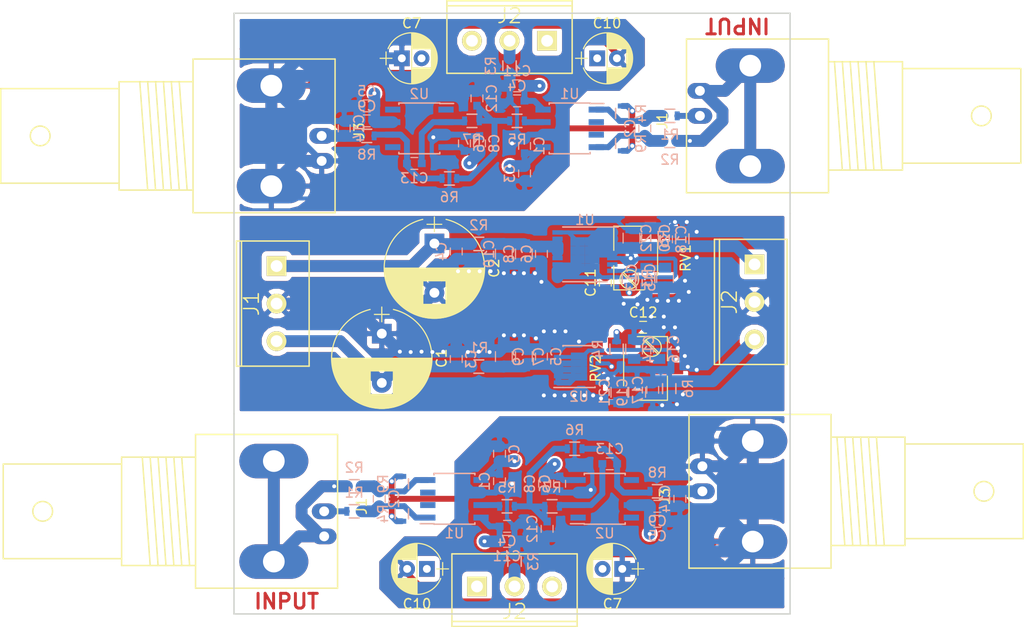
<source format=kicad_pcb>
(kicad_pcb (version 4) (host pcbnew 4.0.7)
  (layers (0 F.Cu signal) (1 In1.Cu signal) (2 In2.Cu signal) (31 B.Cu signal) (34 B.Paste user) (35 F.Paste user) (36 B.SilkS user) (37 F.SilkS user) (38 B.Mask user) (39 F.Mask user) (44 Edge.Cuts user))
  (net 0 "")
  (net 1 GND)
  (net 2 VIN-)
  (net 3 VIN+)
  (net 4 /RVIN-)
  (net 5 "Net-(C10-Pad1)")
  (net 6 "Net-(C11-Pad1)")
  (net 7 "Net-(C12-Pad1)")
  (net 8 "Net-(C13-Pad1)")
  (net 9 "Net-(C14-Pad1)")
  (net 10 VOUT-)
  (net 11 VOUT+)
  (net 12 "Net-(U1-Pad6)")
  (net 13 -15V)
  (net 14 "Net-(C2-Pad1)")
  (net 15 "Net-(C2-Pad2)")
  (net 16 +15V)
  (net 17 "Net-(C13-Pad2)")
  (net 18 "Net-(J1-Pad2)")
  (net 19 "Net-(J1-Pad1)")
  (net 20 "Net-(J2-Pad2)")
  (net 21 "Net-(R5-Pad2)")
  (net 22 "Net-(U1-Pad2)")
  (net 23 "Net-(U1-Pad3)")
  (net 24 "Net-(U2-Pad1)")
  (net 25 "Net-(U2-Pad5)")
  (net 26 "Net-(U2-Pad8)")
  (module Capacitors_THT:CP_Radial_D10.0mm_P5.00mm (layer F.Cu) (at 158.242 115.824 270)
    (fp_text reference C1 (at 2.5 -6.06 270) (layer F.SilkS))
    (fp_text value 100u)
    (pad 1 thru_hole rect (at 0 0 270) (size 2 2) (drill 1) (layers *.Cu *.Mask) (net 1 GND))
    (pad 2 thru_hole circle (at 5 0 270) (size 2 2) (drill 1) (layers *.Cu *.Mask) (net 2 VIN-))
  )
  (module Housings_SSOP:TSSOP-16-1EP_4.4x5mm_Pitch0.65mm (layer B.Cu) (at 178.838 107.83 180)
    (fp_text reference U1 (at 0 3.55 180) (layer B.SilkS) (effects (justify mirror)))
    (fp_text value LT3089-TSSOP)
    (pad 1 smd rect (at -2.775 2.275 180) (size 1.05 0.45) (layers B.Cu B.Paste B.Mask) (net 11 VOUT+))
    (pad 2 smd rect (at -2.775 1.625 180) (size 1.05 0.45) (layers B.Cu B.Paste B.Mask) (net 11 VOUT+))
    (pad 3 smd rect (at -2.775 0.975 180) (size 1.05 0.45) (layers B.Cu B.Paste B.Mask) (net 11 VOUT+))
    (pad 4 smd rect (at -2.775 0.325 180) (size 1.05 0.45) (layers B.Cu B.Paste B.Mask) (net 11 VOUT+))
    (pad 5 smd rect (at -2.775 -0.325 180) (size 1.05 0.45) (layers B.Cu B.Paste B.Mask) (net 11 VOUT+))
    (pad 6 smd rect (at -2.775 -0.975 180) (size 1.05 0.45) (layers B.Cu B.Paste B.Mask) (net 12 "Net-(U1-Pad6)"))
    (pad 7 smd rect (at -2.775 -1.625 180) (size 1.05 0.45) (layers B.Cu B.Paste B.Mask) (net 8 "Net-(C13-Pad1)"))
    (pad 8 smd rect (at -2.775 -2.275 180) (size 1.05 0.45) (layers B.Cu B.Paste B.Mask) (net 11 VOUT+))
    (pad 9 smd rect (at 2.775 -2.275 180) (size 1.05 0.45) (layers B.Cu B.Paste B.Mask) (net 11 VOUT+))
    (pad 10 smd rect (at 2.775 -1.625 180) (size 1.05 0.45) (layers B.Cu B.Paste B.Mask) (net 11 VOUT+))
    (pad 11 smd rect (at 2.775 -0.975 180) (size 1.05 0.45) (layers B.Cu B.Paste B.Mask) (net 11 VOUT+))
    (pad 12 smd rect (at 2.775 -0.325 180) (size 1.05 0.45) (layers B.Cu B.Paste B.Mask) (net 5 "Net-(C10-Pad1)"))
    (pad 13 smd rect (at 2.775 0.325 180) (size 1.05 0.45) (layers B.Cu B.Paste B.Mask) (net 5 "Net-(C10-Pad1)"))
    (pad 14 smd rect (at 2.775 0.975 180) (size 1.05 0.45) (layers B.Cu B.Paste B.Mask) (net 5 "Net-(C10-Pad1)"))
    (pad 15 smd rect (at 2.775 1.625 180) (size 1.05 0.45) (layers B.Cu B.Paste B.Mask) (net 5 "Net-(C10-Pad1)"))
    (pad 16 smd rect (at 2.775 2.275 180) (size 1.05 0.45) (layers B.Cu B.Paste B.Mask) (net 11 VOUT+))
    (pad 17 smd rect (at 0.735 -1.3425 180) (size 1.47 0.895) (layers B.Cu B.Paste B.Mask) (net 11 VOUT+))
    (pad 17 smd rect (at 0.735 -0.4475 180) (size 1.47 0.895) (layers B.Cu B.Paste B.Mask) (net 11 VOUT+))
    (pad 17 smd rect (at 0.735 0.4475 180) (size 1.47 0.895) (layers B.Cu B.Paste B.Mask) (net 11 VOUT+))
    (pad 17 smd rect (at 0.735 1.3425 180) (size 1.47 0.895) (layers B.Cu B.Paste B.Mask) (net 11 VOUT+))
    (pad 17 smd rect (at -0.735 -1.3425 180) (size 1.47 0.895) (layers B.Cu B.Paste B.Mask) (net 11 VOUT+))
    (pad 17 smd rect (at -0.735 -0.4475 180) (size 1.47 0.895) (layers B.Cu B.Paste B.Mask) (net 11 VOUT+))
    (pad 17 smd rect (at -0.735 0.4475 180) (size 1.47 0.895) (layers B.Cu B.Paste B.Mask) (net 11 VOUT+))
    (pad 17 smd rect (at -0.735 1.3425 180) (size 1.47 0.895) (layers B.Cu B.Paste B.Mask) (net 11 VOUT+))
  )
  (module Capacitors_SMD:C_0603 (layer B.Cu) (at 165.794 118.406 90)
    (fp_text reference C3 (at 0 1.5 90) (layer B.SilkS) (effects (justify mirror)))
    (fp_text value 10u)
    (pad 1 smd rect (at -0.75 0 90) (size 0.8 0.75) (layers B.Cu B.Paste B.Mask) (net 2 VIN-))
    (pad 2 smd rect (at 0.75 0 90) (size 0.8 0.75) (layers B.Cu B.Paste B.Mask) (net 1 GND))
  )
  (module Capacitors_SMD:C_0603 (layer B.Cu) (at 165.794 107.484 270)
    (fp_text reference C4 (at 0 1.5 270) (layer B.SilkS) (effects (justify mirror)))
    (fp_text value 10u)
    (pad 1 smd rect (at -0.75 0 270) (size 0.8 0.75) (layers B.Cu B.Paste B.Mask) (net 3 VIN+))
    (pad 2 smd rect (at 0.75 0 270) (size 0.8 0.75) (layers B.Cu B.Paste B.Mask) (net 1 GND))
  )
  (module Capacitors_SMD:C_0603 (layer B.Cu) (at 174.43 118.152 90)
    (fp_text reference C5 (at 0 1.5 90) (layer B.SilkS) (effects (justify mirror)))
    (fp_text value 10u)
    (pad 1 smd rect (at -0.75 0 90) (size 0.8 0.75) (layers B.Cu B.Paste B.Mask) (net 4 /RVIN-))
    (pad 2 smd rect (at 0.75 0 90) (size 0.8 0.75) (layers B.Cu B.Paste B.Mask) (net 1 GND))
  )
  (module Capacitors_SMD:C_0603 (layer B.Cu) (at 174.43 107.738 270)
    (fp_text reference C6 (at 0 1.5 270) (layer B.SilkS) (effects (justify mirror)))
    (fp_text value 10u)
    (pad 1 smd rect (at -0.75 0 270) (size 0.8 0.75) (layers B.Cu B.Paste B.Mask) (net 5 "Net-(C10-Pad1)"))
    (pad 2 smd rect (at 0.75 0 270) (size 0.8 0.75) (layers B.Cu B.Paste B.Mask) (net 1 GND))
  )
  (module Capacitors_SMD:C_0805 (layer B.Cu) (at 172.652 118.152 90)
    (fp_text reference C7 (at 0 1.5 90) (layer B.SilkS) (effects (justify mirror)))
    (fp_text value 1.5u)
    (pad 1 smd rect (at -1 0 90) (size 1 1.25) (layers B.Cu B.Paste B.Mask) (net 4 /RVIN-))
    (pad 2 smd rect (at 1 0 90) (size 1 1.25) (layers B.Cu B.Paste B.Mask) (net 1 GND))
  )
  (module Capacitors_SMD:C_0805 (layer B.Cu) (at 172.652 107.738 270)
    (fp_text reference C8 (at 0 1.5 270) (layer B.SilkS) (effects (justify mirror)))
    (fp_text value 1.5u)
    (pad 1 smd rect (at -1 0 270) (size 1 1.25) (layers B.Cu B.Paste B.Mask) (net 5 "Net-(C10-Pad1)"))
    (pad 2 smd rect (at 1 0 270) (size 1 1.25) (layers B.Cu B.Paste B.Mask) (net 1 GND))
  )
  (module Capacitors_SMD:C_0805 (layer B.Cu) (at 170.62 118.152 90)
    (fp_text reference C9 (at 0 1.5 90) (layer B.SilkS) (effects (justify mirror)))
    (fp_text value 0.1u)
    (pad 1 smd rect (at -1 0 90) (size 1 1.25) (layers B.Cu B.Paste B.Mask) (net 4 /RVIN-))
    (pad 2 smd rect (at 1 0 90) (size 1 1.25) (layers B.Cu B.Paste B.Mask) (net 1 GND))
  )
  (module Capacitors_SMD:C_0805 (layer B.Cu) (at 170.62 107.738 270)
    (fp_text reference C10 (at 0 1.5 270) (layer B.SilkS) (effects (justify mirror)))
    (fp_text value 0.1u)
    (pad 1 smd rect (at -1 0 270) (size 1 1.25) (layers B.Cu B.Paste B.Mask) (net 5 "Net-(C10-Pad1)"))
    (pad 2 smd rect (at 1 0 270) (size 1 1.25) (layers B.Cu B.Paste B.Mask) (net 1 GND))
  )
  (module Capacitors_SMD:C_0603 (layer F.Cu) (at 180.913 110.655 90)
    (fp_text reference C11 (at 0 -1.5 90) (layer F.SilkS))
    (fp_text value 10u)
    (pad 1 smd rect (at -0.75 0 90) (size 0.8 0.75) (layers F.Cu F.Paste F.Mask) (net 6 "Net-(C11-Pad1)"))
    (pad 2 smd rect (at 0.75 0 90) (size 0.8 0.75) (layers F.Cu F.Paste F.Mask) (net 1 GND))
  )
  (module Capacitors_SMD:C_0603 (layer F.Cu) (at 184.738 115.18)
    (fp_text reference C12 (at 0 -1.5) (layer F.SilkS))
    (fp_text value 10u)
    (pad 1 smd rect (at -0.75 0) (size 0.8 0.75) (layers F.Cu F.Paste F.Mask) (net 7 "Net-(C12-Pad1)"))
    (pad 2 smd rect (at 0.75 0) (size 0.8 0.75) (layers F.Cu F.Paste F.Mask) (net 1 GND))
  )
  (module Capacitors_SMD:C_0805 (layer B.Cu) (at 185.088 110.155 270)
    (fp_text reference C13 (at 0 1.5 270) (layer B.SilkS) (effects (justify mirror)))
    (fp_text value 0.1u)
    (pad 1 smd rect (at -1 0 270) (size 1 1.25) (layers B.Cu B.Paste B.Mask) (net 8 "Net-(C13-Pad1)"))
    (pad 2 smd rect (at 1 0 270) (size 1 1.25) (layers B.Cu B.Paste B.Mask) (net 1 GND))
  )
  (module Capacitors_SMD:C_0805 (layer B.Cu) (at 183.828 117.39 90)
    (fp_text reference C14 (at 0 1.5 90) (layer B.SilkS) (effects (justify mirror)))
    (fp_text value 0.1u)
    (pad 1 smd rect (at -1 0 90) (size 1 1.25) (layers B.Cu B.Paste B.Mask) (net 9 "Net-(C14-Pad1)"))
    (pad 2 smd rect (at 1 0 90) (size 1 1.25) (layers B.Cu B.Paste B.Mask) (net 1 GND))
  )
  (module Capacitors_SMD:C_0805 (layer B.Cu) (at 186.963 110.13 270)
    (fp_text reference C15 (at 0 1.5 270) (layer B.SilkS) (effects (justify mirror)))
    (fp_text value 1.5u)
    (pad 1 smd rect (at -1 0 270) (size 1 1.25) (layers B.Cu B.Paste B.Mask) (net 8 "Net-(C13-Pad1)"))
    (pad 2 smd rect (at 1 0 270) (size 1 1.25) (layers B.Cu B.Paste B.Mask) (net 1 GND))
  )
  (module Capacitors_SMD:C_0805 (layer B.Cu) (at 186.368 117.39 90)
    (fp_text reference C16 (at 0 1.5 90) (layer B.SilkS) (effects (justify mirror)))
    (fp_text value 1.5u)
    (pad 1 smd rect (at -1 0 90) (size 1 1.25) (layers B.Cu B.Paste B.Mask) (net 9 "Net-(C14-Pad1)"))
    (pad 2 smd rect (at 1 0 90) (size 1 1.25) (layers B.Cu B.Paste B.Mask) (net 1 GND))
  )
  (module Capacitors_SMD:C_0603 (layer B.Cu) (at 185.713 121.53 270)
    (fp_text reference C17 (at 0 1.5 270) (layer B.SilkS) (effects (justify mirror)))
    (fp_text value 10u)
    (pad 1 smd rect (at -0.75 0 270) (size 0.8 0.75) (layers B.Cu B.Paste B.Mask) (net 10 VOUT-))
    (pad 2 smd rect (at 0.75 0 270) (size 0.8 0.75) (layers B.Cu B.Paste B.Mask) (net 1 GND))
  )
  (module Capacitors_SMD:C_0603 (layer B.Cu) (at 187.113 106.255 90)
    (fp_text reference C18 (at 0 1.5 90) (layer B.SilkS) (effects (justify mirror)))
    (fp_text value 10u)
    (pad 1 smd rect (at -0.75 0 90) (size 0.8 0.75) (layers B.Cu B.Paste B.Mask) (net 11 VOUT+))
    (pad 2 smd rect (at 0.75 0 90) (size 0.8 0.75) (layers B.Cu B.Paste B.Mask) (net 1 GND))
  )
  (module Capacitors_SMD:C_0805 (layer B.Cu) (at 184.138 121.78 270)
    (fp_text reference C19 (at 0 1.5 270) (layer B.SilkS) (effects (justify mirror)))
    (fp_text value 1.5u)
    (pad 1 smd rect (at -1 0 270) (size 1 1.25) (layers B.Cu B.Paste B.Mask) (net 10 VOUT-))
    (pad 2 smd rect (at 1 0 270) (size 1 1.25) (layers B.Cu B.Paste B.Mask) (net 1 GND))
  )
  (module Capacitors_SMD:C_0805 (layer B.Cu) (at 185.438 106.13 90)
    (fp_text reference C20 (at 0 1.5 90) (layer B.SilkS) (effects (justify mirror)))
    (fp_text value 1.5u)
    (pad 1 smd rect (at -1 0 90) (size 1 1.25) (layers B.Cu B.Paste B.Mask) (net 11 VOUT+))
    (pad 2 smd rect (at 1 0 90) (size 1 1.25) (layers B.Cu B.Paste B.Mask) (net 1 GND))
  )
  (module Capacitors_SMD:C_0805 (layer B.Cu) (at 182.338 121.78 270)
    (fp_text reference C21 (at 0 1.5 270) (layer B.SilkS) (effects (justify mirror)))
    (fp_text value 0.1u)
    (pad 1 smd rect (at -1 0 270) (size 1 1.25) (layers B.Cu B.Paste B.Mask) (net 10 VOUT-))
    (pad 2 smd rect (at 1 0 270) (size 1 1.25) (layers B.Cu B.Paste B.Mask) (net 1 GND))
  )
  (module Capacitors_SMD:C_0805 (layer B.Cu) (at 183.563 106.13 90)
    (fp_text reference C22 (at 0 1.5 90) (layer B.SilkS) (effects (justify mirror)))
    (fp_text value 0.1u)
    (pad 1 smd rect (at -1 0 90) (size 1 1.25) (layers B.Cu B.Paste B.Mask) (net 11 VOUT+))
    (pad 2 smd rect (at 1 0 90) (size 1 1.25) (layers B.Cu B.Paste B.Mask) (net 1 GND))
  )
  (module Connectors2:3-pins_150mil (layer F.Cu) (at 147.574 112.776 270)
    (fp_text reference J1 (at 0 2.54 270) (layer F.SilkS) (effects (font (size 1.5 1.5))))
    (fp_text value Conn_01x03)
    (pad 3 thru_hole circle (at 3.81 0 270) (size 2 2) (drill 1.2) (layers *.Cu *.Mask F.SilkS) (net 2 VIN-))
    (pad 1 thru_hole rect (at -3.81 0 270) (size 2 2) (drill 1.2) (layers *.Cu *.Mask F.SilkS) (net 3 VIN+))
    (pad 2 thru_hole circle (at 0 0 270) (size 2 2) (drill 1.2) (layers *.Cu *.Mask F.SilkS) (net 1 GND))
  )
  (module Connectors2:3-pins_150mil (layer F.Cu) (at 196.038 112.605 270)
    (fp_text reference J2 (at 0 2.54 270) (layer F.SilkS) (effects (font (size 1.5 1.5))))
    (fp_text value Conn_01x03)
    (pad 3 thru_hole circle (at 3.81 0 270) (size 2 2) (drill 1.2) (layers *.Cu *.Mask F.SilkS) (net 10 VOUT-))
    (pad 1 thru_hole rect (at -3.81 0 270) (size 2 2) (drill 1.2) (layers *.Cu *.Mask F.SilkS) (net 11 VOUT+))
    (pad 2 thru_hole circle (at 0 0 270) (size 2 2) (drill 1.2) (layers *.Cu *.Mask F.SilkS) (net 1 GND))
  )
  (module Resistors_SMD:R_0603 (layer B.Cu) (at 168.08 119.168 180)
    (fp_text reference R1 (at 0 1.9 180) (layer B.SilkS) (effects (justify mirror)))
    (fp_text value 0.1)
    (pad 1 smd rect (at -0.75 0 180) (size 0.5 0.9) (layers B.Cu B.Paste B.Mask) (net 4 /RVIN-))
    (pad 2 smd rect (at 0.75 0 180) (size 0.5 0.9) (layers B.Cu B.Paste B.Mask) (net 2 VIN-))
  )
  (module Resistors_SMD:R_0603 (layer B.Cu) (at 168.08 106.722 180)
    (fp_text reference R2 (at 0 1.9 180) (layer B.SilkS) (effects (justify mirror)))
    (fp_text value 0.1)
    (pad 1 smd rect (at -0.75 0 180) (size 0.5 0.9) (layers B.Cu B.Paste B.Mask) (net 5 "Net-(C10-Pad1)"))
    (pad 2 smd rect (at 0.75 0 180) (size 0.5 0.9) (layers B.Cu B.Paste B.Mask) (net 3 VIN+))
  )
  (module Resistors_SMD:R_0603 (layer B.Cu) (at 183.288 110.18 90)
    (fp_text reference R3 (at 0 1.9 90) (layer B.SilkS) (effects (justify mirror)))
    (fp_text value 232k)
    (pad 1 smd rect (at -0.75 0 90) (size 0.5 0.9) (layers B.Cu B.Paste B.Mask) (net 6 "Net-(C11-Pad1)"))
    (pad 2 smd rect (at 0.75 0 90) (size 0.5 0.9) (layers B.Cu B.Paste B.Mask) (net 8 "Net-(C13-Pad1)"))
  )
  (module Resistors_SMD:R_0603 (layer B.Cu) (at 182.05 117.39 270)
    (fp_text reference R4 (at 0 1.9 270) (layer B.SilkS) (effects (justify mirror)))
    (fp_text value 232k)
    (pad 1 smd rect (at -0.75 0 270) (size 0.5 0.9) (layers B.Cu B.Paste B.Mask) (net 7 "Net-(C12-Pad1)"))
    (pad 2 smd rect (at 0.75 0 270) (size 0.5 0.9) (layers B.Cu B.Paste B.Mask) (net 9 "Net-(C14-Pad1)"))
  )
  (module Resistors_SMD:R_0603 (layer B.Cu) (at 188.713 106.205 270)
    (fp_text reference R5 (at 0 1.9 270) (layer B.SilkS) (effects (justify mirror)))
    (fp_text value 3.3k)
    (pad 1 smd rect (at -0.75 0 270) (size 0.5 0.9) (layers B.Cu B.Paste B.Mask) (net 1 GND))
    (pad 2 smd rect (at 0.75 0 270) (size 0.5 0.9) (layers B.Cu B.Paste B.Mask) (net 11 VOUT+))
  )
  (module Resistors_SMD:R_0603 (layer B.Cu) (at 187.388 121.405 90)
    (fp_text reference R6 (at 0 1.9 90) (layer B.SilkS) (effects (justify mirror)))
    (fp_text value 3.3k)
    (pad 1 smd rect (at -0.75 0 90) (size 0.5 0.9) (layers B.Cu B.Paste B.Mask) (net 1 GND))
    (pad 2 smd rect (at 0.75 0 90) (size 0.5 0.9) (layers B.Cu B.Paste B.Mask) (net 10 VOUT-))
  )
  (module Potentiometers:Potentiometer_Trimmer_Bourns_3269W (layer F.Cu) (at 183.988 108.155 270)
    (fp_text reference RV1 (at 0 -5.06 270) (layer F.SilkS))
    (fp_text value 20k)
    (pad 1 smd rect (at 2.54 -2.42 270) (size 1.19 2.79) (layers F.Cu F.Mask) (net 6 "Net-(C11-Pad1)"))
    (pad 2 smd rect (at 0 2.42 270) (size 1.19 2.79) (layers F.Cu F.Mask) (net 1 GND))
    (pad 3 smd rect (at -2.54 -2.42 270) (size 1.19 2.79) (layers F.Cu F.Mask) (net 1 GND))
  )
  (module Potentiometers:Potentiometer_Trimmer_Bourns_3269W (layer F.Cu) (at 184.988 119.355 90)
    (fp_text reference RV2 (at 0 -5.06 90) (layer F.SilkS))
    (fp_text value 20k)
    (pad 1 smd rect (at 2.54 -2.42 90) (size 1.19 2.79) (layers F.Cu F.Mask) (net 7 "Net-(C12-Pad1)"))
    (pad 2 smd rect (at 0 2.42 90) (size 1.19 2.79) (layers F.Cu F.Mask) (net 1 GND))
    (pad 3 smd rect (at -2.54 -2.42 90) (size 1.19 2.79) (layers F.Cu F.Mask) (net 1 GND))
  )
  (module Housings_SSOP:MSOP-12-1EP_3x4mm_Pitch0.65mm (layer B.Cu) (at 178.24 119.168)
    (fp_text reference U2 (at 0 3.05) (layer B.SilkS) (effects (justify mirror)))
    (fp_text value LT3090-MSOP)
    (pad 1 smd rect (at -2.105 1.625) (size 0.89 0.42) (layers B.Cu B.Paste B.Mask) (net 4 /RVIN-))
    (pad 2 smd rect (at -2.105 0.975) (size 0.89 0.42) (layers B.Cu B.Paste B.Mask) (net 4 /RVIN-))
    (pad 3 smd rect (at -2.105 0.325) (size 0.89 0.42) (layers B.Cu B.Paste B.Mask) (net 4 /RVIN-))
    (pad 4 smd rect (at -2.105 -0.325) (size 0.89 0.42) (layers B.Cu B.Paste B.Mask) (net 4 /RVIN-))
    (pad 5 smd rect (at -2.105 -0.975) (size 0.89 0.42) (layers B.Cu B.Paste B.Mask) (net 4 /RVIN-))
    (pad 6 smd rect (at -2.105 -1.625) (size 0.89 0.42) (layers B.Cu B.Paste B.Mask) (net 1 GND))
    (pad 7 smd rect (at 2.105 -1.625) (size 0.89 0.42) (layers B.Cu B.Paste B.Mask) (net 4 /RVIN-))
    (pad 8 smd rect (at 2.105 -0.975) (size 0.89 0.42) (layers B.Cu B.Paste B.Mask) (net 9 "Net-(C14-Pad1)"))
    (pad 9 smd rect (at 2.105 -0.325) (size 0.89 0.42) (layers B.Cu B.Paste B.Mask) (net 1 GND))
    (pad 10 smd rect (at 2.105 0.325) (size 0.89 0.42) (layers B.Cu B.Paste B.Mask) (net 10 VOUT-))
    (pad 11 smd rect (at 2.105 0.975) (size 0.89 0.42) (layers B.Cu B.Paste B.Mask) (net 10 VOUT-))
    (pad 12 smd rect (at 2.105 1.625) (size 0.89 0.42) (layers B.Cu B.Paste B.Mask) (net 10 VOUT-))
    (pad 13 smd rect (at 0.4125 -1.06875) (size 0.825 0.7125) (layers B.Cu B.Paste B.Mask) (net 4 /RVIN-))
    (pad 13 smd rect (at 0.4125 -0.35625) (size 0.825 0.7125) (layers B.Cu B.Paste B.Mask) (net 4 /RVIN-))
    (pad 13 smd rect (at 0.4125 0.35625) (size 0.825 0.7125) (layers B.Cu B.Paste B.Mask) (net 4 /RVIN-))
    (pad 13 smd rect (at 0.4125 1.06875) (size 0.825 0.7125) (layers B.Cu B.Paste B.Mask) (net 4 /RVIN-))
    (pad 13 smd rect (at -0.4125 -1.06875) (size 0.825 0.7125) (layers B.Cu B.Paste B.Mask) (net 4 /RVIN-))
    (pad 13 smd rect (at -0.4125 -0.35625) (size 0.825 0.7125) (layers B.Cu B.Paste B.Mask) (net 4 /RVIN-))
    (pad 13 smd rect (at -0.4125 0.35625) (size 0.825 0.7125) (layers B.Cu B.Paste B.Mask) (net 4 /RVIN-))
    (pad 13 smd rect (at -0.4125 1.06875) (size 0.825 0.7125) (layers B.Cu B.Paste B.Mask) (net 4 /RVIN-))
  )
  (module Capacitors_THT:CP_Radial_D10.0mm_P5.00mm (layer F.Cu) (at 163.576 106.68 270)
    (fp_text reference C2 (at 2.5 -6.06 270) (layer F.SilkS))
    (fp_text value 100u)
    (pad 1 thru_hole rect (at 0 0 270) (size 2 2) (drill 1) (layers *.Cu *.Mask) (net 3 VIN+))
    (pad 2 thru_hole circle (at 5 0 270) (size 2 2) (drill 1) (layers *.Cu *.Mask) (net 1 GND))
  )
  (module Capacitors_SMD:C_0603 (layer B.Cu) (at 170.18 130.81 270)
    (fp_text reference C1 (at 0 1.5 270) (layer B.SilkS) (effects (justify mirror)))
    (fp_text value 0.1u)
    (pad 1 smd rect (at -0.75 0 270) (size 0.8 0.75) (layers B.Cu B.Paste B.Mask) (net 13 -15V))
    (pad 2 smd rect (at 0.75 0 270) (size 0.8 0.75) (layers B.Cu B.Paste B.Mask) (net 1 GND))
  )
  (module Capacitors_SMD:C_0603 (layer B.Cu) (at 157.988 132.588 90)
    (fp_text reference C2 (at 0 1.5 90) (layer B.SilkS) (effects (justify mirror)))
    (fp_text value 0.02u)
    (pad 1 smd rect (at -0.75 0 90) (size 0.8 0.75) (layers B.Cu B.Paste B.Mask) (net 14 "Net-(C2-Pad1)"))
    (pad 2 smd rect (at 0.75 0 90) (size 0.8 0.75) (layers B.Cu B.Paste B.Mask) (net 15 "Net-(C2-Pad2)"))
  )
  (module Capacitors_SMD:C_0603 (layer B.Cu) (at 170.18 128.016 90)
    (fp_text reference C3 (at 0 1.5 90) (layer B.SilkS) (effects (justify mirror)))
    (fp_text value 10u)
    (pad 1 smd rect (at -0.75 0 90) (size 0.8 0.75) (layers B.Cu B.Paste B.Mask) (net 13 -15V))
    (pad 2 smd rect (at 0.75 0 90) (size 0.8 0.75) (layers B.Cu B.Paste B.Mask) (net 1 GND))
  )
  (module Capacitors_SMD:C_0603 (layer B.Cu) (at 170.942 135.382)
    (fp_text reference C4 (at 0 1.5) (layer B.SilkS) (effects (justify mirror)))
    (fp_text value 0.1u)
    (pad 1 smd rect (at -0.75 0) (size 0.8 0.75) (layers B.Cu B.Paste B.Mask) (net 16 +15V))
    (pad 2 smd rect (at 0.75 0) (size 0.8 0.75) (layers B.Cu B.Paste B.Mask) (net 1 GND))
  )
  (module Capacitors_SMD:C_0603 (layer B.Cu) (at 186.182 134.874)
    (fp_text reference C5 (at 0 1.5) (layer B.SilkS) (effects (justify mirror)))
    (fp_text value 10u)
    (pad 1 smd rect (at -0.75 0) (size 0.8 0.75) (layers B.Cu B.Paste B.Mask) (net 16 +15V))
    (pad 2 smd rect (at 0.75 0) (size 0.8 0.75) (layers B.Cu B.Paste B.Mask) (net 1 GND))
  )
  (module Capacitors_SMD:C_0603 (layer B.Cu) (at 176.276 131.064 270)
    (fp_text reference C6 (at 0 1.5 270) (layer B.SilkS) (effects (justify mirror)))
    (fp_text value 0.1u)
    (pad 1 smd rect (at -0.75 0 270) (size 0.8 0.75) (layers B.Cu B.Paste B.Mask) (net 13 -15V))
    (pad 2 smd rect (at 0.75 0 270) (size 0.8 0.75) (layers B.Cu B.Paste B.Mask) (net 1 GND))
  )
  (module Capacitors_THT:CP_Radial_D5.0mm_P2.00mm (layer F.Cu) (at 182.626 139.7 180)
    (fp_text reference C7 (at 1 -3.56 180) (layer F.SilkS))
    (fp_text value CP)
    (pad 1 thru_hole rect (at 0 0 180) (size 1.6 1.6) (drill 0.8) (layers *.Cu *.Mask) (net 1 GND))
    (pad 2 thru_hole circle (at 2 0 180) (size 1.6 1.6) (drill 0.8) (layers *.Cu *.Mask) (net 13 -15V))
  )
  (module Capacitors_SMD:C_0603 (layer B.Cu) (at 174.752 131.064 270)
    (fp_text reference C8 (at 0 1.5 270) (layer B.SilkS) (effects (justify mirror)))
    (fp_text value 10u)
    (pad 1 smd rect (at -0.75 0 270) (size 0.8 0.75) (layers B.Cu B.Paste B.Mask) (net 13 -15V))
    (pad 2 smd rect (at 0.75 0 270) (size 0.8 0.75) (layers B.Cu B.Paste B.Mask) (net 1 GND))
  )
  (module Capacitors_SMD:C_0603 (layer B.Cu) (at 186.182 133.35)
    (fp_text reference C9 (at 0 1.5) (layer B.SilkS) (effects (justify mirror)))
    (fp_text value 0.1u)
    (pad 1 smd rect (at -0.75 0) (size 0.8 0.75) (layers B.Cu B.Paste B.Mask) (net 16 +15V))
    (pad 2 smd rect (at 0.75 0) (size 0.8 0.75) (layers B.Cu B.Paste B.Mask) (net 1 GND))
  )
  (module Capacitors_THT:CP_Radial_D5.0mm_P2.00mm (layer F.Cu) (at 162.814 139.7 180)
    (fp_text reference C10 (at 1 -3.56 180) (layer F.SilkS))
    (fp_text value CP)
    (pad 1 thru_hole rect (at 0 0 180) (size 1.6 1.6) (drill 0.8) (layers *.Cu *.Mask) (net 16 +15V))
    (pad 2 thru_hole circle (at 2 0 180) (size 1.6 1.6) (drill 0.8) (layers *.Cu *.Mask) (net 1 GND))
  )
  (module Capacitors_SMD:C_0603 (layer B.Cu) (at 170.942 136.906)
    (fp_text reference C11 (at 0 1.5) (layer B.SilkS) (effects (justify mirror)))
    (fp_text value 10u)
    (pad 1 smd rect (at -0.75 0) (size 0.8 0.75) (layers B.Cu B.Paste B.Mask) (net 16 +15V))
    (pad 2 smd rect (at 0.75 0) (size 0.8 0.75) (layers B.Cu B.Paste B.Mask) (net 1 GND))
  )
  (module Capacitors_SMD:C_0603 (layer B.Cu) (at 175.006 135.636 270)
    (fp_text reference C12 (at 0 1.5 270) (layer B.SilkS) (effects (justify mirror)))
    (fp_text value C)
    (pad 1 smd rect (at -0.75 0 270) (size 0.8 0.75) (layers B.Cu B.Paste B.Mask) (net 7 "Net-(C12-Pad1)"))
    (pad 2 smd rect (at 0.75 0 270) (size 0.8 0.75) (layers B.Cu B.Paste B.Mask) (net 1 GND))
  )
  (module Capacitors_SMD:C_0603 (layer B.Cu) (at 181.356 129.032 180)
    (fp_text reference C13 (at 0 1.5 180) (layer B.SilkS) (effects (justify mirror)))
    (fp_text value C)
    (pad 1 smd rect (at -0.75 0 180) (size 0.8 0.75) (layers B.Cu B.Paste B.Mask) (net 8 "Net-(C13-Pad1)"))
    (pad 2 smd rect (at 0.75 0 180) (size 0.8 0.75) (layers B.Cu B.Paste B.Mask) (net 17 "Net-(C13-Pad2)"))
  )
  (module Capacitors_SMD:C_0603 (layer B.Cu) (at 188.468 132.588 270)
    (fp_text reference C14 (at 0 1.5 270) (layer B.SilkS) (effects (justify mirror)))
    (fp_text value 0)
    (pad 1 smd rect (at -0.75 0 270) (size 0.8 0.75) (layers B.Cu B.Paste B.Mask) (net 9 "Net-(C14-Pad1)"))
    (pad 2 smd rect (at 0.75 0 270) (size 0.8 0.75) (layers B.Cu B.Paste B.Mask) (net 1 GND))
  )
  (module cmr_link:3-pins_150mil (layer F.Cu) (at 171.704 141.478)
    (fp_text reference J2 (at 0 2.54) (layer F.SilkS) (effects (font (size 1.5 1.5))))
    (fp_text value Conn_01x03)
    (pad 3 thru_hole circle (at 3.81 0) (size 2 2) (drill 1.2) (layers *.Cu *.Mask F.SilkS) (net 13 -15V))
    (pad 1 thru_hole rect (at -3.81 0) (size 2 2) (drill 1.2) (layers *.Cu *.Mask F.SilkS) (net 16 +15V))
    (pad 2 thru_hole circle (at 0 0) (size 2 2) (drill 1.2) (layers *.Cu *.Mask F.SilkS) (net 20 "Net-(J2-Pad2)"))
  )
  (module Resistors_SMD:R_0603 (layer B.Cu) (at 155.448 133.858 180)
    (fp_text reference R1 (at 0 1.9 180) (layer B.SilkS) (effects (justify mirror)))
    (fp_text value 1k)
    (pad 1 smd rect (at -0.75 0 180) (size 0.5 0.9) (layers B.Cu B.Paste B.Mask) (net 14 "Net-(C2-Pad1)"))
    (pad 2 smd rect (at 0.75 0 180) (size 0.5 0.9) (layers B.Cu B.Paste B.Mask) (net 19 "Net-(J1-Pad1)"))
  )
  (module Resistors_SMD:R_0603 (layer B.Cu) (at 155.448 131.318 180)
    (fp_text reference R2 (at 0 1.9 180) (layer B.SilkS) (effects (justify mirror)))
    (fp_text value 1k)
    (pad 1 smd rect (at -0.75 0 180) (size 0.5 0.9) (layers B.Cu B.Paste B.Mask) (net 15 "Net-(C2-Pad2)"))
    (pad 2 smd rect (at 0.75 0 180) (size 0.5 0.9) (layers B.Cu B.Paste B.Mask) (net 18 "Net-(J1-Pad2)"))
  )
  (module Resistors_SMD:R_0603 (layer B.Cu) (at 171.704 138.938 90)
    (fp_text reference R3 (at 0 1.9 90) (layer B.SilkS) (effects (justify mirror)))
    (fp_text value 0)
    (pad 1 smd rect (at -0.75 0 90) (size 0.5 0.9) (layers B.Cu B.Paste B.Mask) (net 20 "Net-(J2-Pad2)"))
    (pad 2 smd rect (at 0.75 0 90) (size 0.5 0.9) (layers B.Cu B.Paste B.Mask) (net 1 GND))
  )
  (module Resistors_SMD:R_0603 (layer B.Cu) (at 160.274 134.112 270)
    (fp_text reference R4 (at 0 1.9 270) (layer B.SilkS) (effects (justify mirror)))
    (fp_text value 100k)
    (pad 1 smd rect (at -0.75 0 270) (size 0.5 0.9) (layers B.Cu B.Paste B.Mask) (net 14 "Net-(C2-Pad1)"))
    (pad 2 smd rect (at 0.75 0 270) (size 0.5 0.9) (layers B.Cu B.Paste B.Mask) (net 1 GND))
  )
  (module Resistors_SMD:R_0603 (layer B.Cu) (at 170.942 133.35 180)
    (fp_text reference R5 (at 0 1.9 180) (layer B.SilkS) (effects (justify mirror)))
    (fp_text value R)
    (pad 1 smd rect (at -0.75 0 180) (size 0.5 0.9) (layers B.Cu B.Paste B.Mask) (net 7 "Net-(C12-Pad1)"))
    (pad 2 smd rect (at 0.75 0 180) (size 0.5 0.9) (layers B.Cu B.Paste B.Mask) (net 21 "Net-(R5-Pad2)"))
  )
  (module Resistors_SMD:R_0603 (layer B.Cu) (at 177.8 127.508 180)
    (fp_text reference R6 (at 0 1.9 180) (layer B.SilkS) (effects (justify mirror)))
    (fp_text value R)
    (pad 1 smd rect (at -0.75 0 180) (size 0.5 0.9) (layers B.Cu B.Paste B.Mask) (net 8 "Net-(C13-Pad1)"))
    (pad 2 smd rect (at 0.75 0 180) (size 0.5 0.9) (layers B.Cu B.Paste B.Mask) (net 7 "Net-(C12-Pad1)"))
  )
  (module Resistors_SMD:R_0603 (layer B.Cu) (at 175.514 133.35 180)
    (fp_text reference R7 (at 0 1.9 180) (layer B.SilkS) (effects (justify mirror)))
    (fp_text value R)
    (pad 1 smd rect (at -0.75 0 180) (size 0.5 0.9) (layers B.Cu B.Paste B.Mask) (net 17 "Net-(C13-Pad2)"))
    (pad 2 smd rect (at 0.75 0 180) (size 0.5 0.9) (layers B.Cu B.Paste B.Mask) (net 7 "Net-(C12-Pad1)"))
  )
  (module Resistors_SMD:R_0603 (layer B.Cu) (at 186.182 131.826 180)
    (fp_text reference R8 (at 0 1.9 180) (layer B.SilkS) (effects (justify mirror)))
    (fp_text value 0)
    (pad 1 smd rect (at -0.75 0 180) (size 0.5 0.9) (layers B.Cu B.Paste B.Mask) (net 9 "Net-(C14-Pad1)"))
    (pad 2 smd rect (at 0.75 0 180) (size 0.5 0.9) (layers B.Cu B.Paste B.Mask) (net 8 "Net-(C13-Pad1)"))
  )
  (module Housings_SOIC:SOIC-8_3.9x4.9mm_Pitch1.27mm (layer B.Cu) (at 165.608 132.588)
    (fp_text reference U1 (at 0 3.5) (layer B.SilkS) (effects (justify mirror)))
    (fp_text value AD8429)
    (pad 1 smd rect (at -2.7 1.905) (size 1.55 0.6) (layers B.Cu B.Paste B.Mask) (net 14 "Net-(C2-Pad1)"))
    (pad 2 smd rect (at -2.7 0.635) (size 1.55 0.6) (layers B.Cu B.Paste B.Mask) (net 22 "Net-(U1-Pad2)"))
    (pad 3 smd rect (at -2.7 -0.635) (size 1.55 0.6) (layers B.Cu B.Paste B.Mask) (net 23 "Net-(U1-Pad3)"))
    (pad 4 smd rect (at -2.7 -1.905) (size 1.55 0.6) (layers B.Cu B.Paste B.Mask) (net 15 "Net-(C2-Pad2)"))
    (pad 5 smd rect (at 2.7 -1.905) (size 1.55 0.6) (layers B.Cu B.Paste B.Mask) (net 13 -15V))
    (pad 6 smd rect (at 2.7 -0.635) (size 1.55 0.6) (layers B.Cu B.Paste B.Mask) (net 1 GND))
    (pad 7 smd rect (at 2.7 0.635) (size 1.55 0.6) (layers B.Cu B.Paste B.Mask) (net 21 "Net-(R5-Pad2)"))
    (pad 8 smd rect (at 2.7 1.905) (size 1.55 0.6) (layers B.Cu B.Paste B.Mask) (net 16 +15V))
  )
  (module Housings_SOIC:SOIC-8_3.9x4.9mm_Pitch1.27mm (layer B.Cu) (at 180.848 132.588)
    (fp_text reference U2 (at 0 3.5) (layer B.SilkS) (effects (justify mirror)))
    (fp_text value OP211)
    (pad 1 smd rect (at -2.7 1.905) (size 1.55 0.6) (layers B.Cu B.Paste B.Mask) (net 24 "Net-(U2-Pad1)"))
    (pad 2 smd rect (at -2.7 0.635) (size 1.55 0.6) (layers B.Cu B.Paste B.Mask) (net 17 "Net-(C13-Pad2)"))
    (pad 3 smd rect (at -2.7 -0.635) (size 1.55 0.6) (layers B.Cu B.Paste B.Mask) (net 1 GND))
    (pad 4 smd rect (at -2.7 -1.905) (size 1.55 0.6) (layers B.Cu B.Paste B.Mask) (net 13 -15V))
    (pad 5 smd rect (at 2.7 -1.905) (size 1.55 0.6) (layers B.Cu B.Paste B.Mask) (net 25 "Net-(U2-Pad5)"))
    (pad 6 smd rect (at 2.7 -0.635) (size 1.55 0.6) (layers B.Cu B.Paste B.Mask) (net 8 "Net-(C13-Pad1)"))
    (pad 7 smd rect (at 2.7 0.635) (size 1.55 0.6) (layers B.Cu B.Paste B.Mask) (net 16 +15V))
    (pad 8 smd rect (at 2.7 1.905) (size 1.55 0.6) (layers B.Cu B.Paste B.Mask) (net 26 "Net-(U2-Pad8)"))
  )
  (module Resistors_SMD:R_0603 (layer B.Cu) (at 160.274 131.064 270)
    (fp_text reference R9 (at 0 1.9 270) (layer B.SilkS) (effects (justify mirror)))
    (fp_text value 100k)
    (pad 1 smd rect (at -0.75 0 270) (size 0.5 0.9) (layers B.Cu B.Paste B.Mask) (net 1 GND))
    (pad 2 smd rect (at 0.75 0 270) (size 0.5 0.9) (layers B.Cu B.Paste B.Mask) (net 15 "Net-(C2-Pad2)"))
  )
  (module Connectors2:BNC_Socket_Right-Angle_LargePads (layer F.Cu) (at 147.32 133.858 90)
    (fp_text reference J1 (at 0.508 8.89 90) (layer F.SilkS))
    (fp_text value Conn_Coaxial)
    (pad 2 thru_hole oval (at -5.09778 -0.0254 90) (size 3.50012 7.00024) (drill 2.19964) (layers *.Cu *.Mask) (net 18 "Net-(J1-Pad2)"))
    (pad 2 thru_hole oval (at 5.10032 -0.0254 90) (size 3.50012 7.00024) (drill 2.19964) (layers *.Cu *.Mask) (net 18 "Net-(J1-Pad2)"))
    (pad 1 thru_hole oval (at 0 5.08 90) (size 1.6002 2.49936) (drill 1.00076) (layers *.Cu *.Mask) (net 19 "Net-(J1-Pad1)"))
    (pad 2 thru_hole oval (at -2.54 5.08 90) (size 1.6002 2.49936) (drill 1.00076) (layers *.Cu *.Mask) (net 18 "Net-(J1-Pad2)"))
  )
  (module Connectors2:BNC_Socket_Right-Angle_LargePads (layer F.Cu) (at 195.834 131.826 270)
    (fp_text reference J3 (at 0.508 8.89 270) (layer F.SilkS))
    (fp_text value Conn_Coaxial)
    (pad 2 thru_hole oval (at -5.09778 -0.0254 270) (size 3.50012 7.00024) (drill 2.19964) (layers *.Cu *.Mask) (net 1 GND))
    (pad 2 thru_hole oval (at 5.10032 -0.0254 270) (size 3.50012 7.00024) (drill 2.19964) (layers *.Cu *.Mask) (net 1 GND))
    (pad 1 thru_hole oval (at 0 5.08 270) (size 1.6002 2.49936) (drill 1.00076) (layers *.Cu *.Mask) (net 9 "Net-(C14-Pad1)"))
    (pad 2 thru_hole oval (at -2.54 5.08 270) (size 1.6002 2.49936) (drill 1.00076) (layers *.Cu *.Mask) (net 1 GND))
  )
  (module Capacitors_SMD:C_0603 (layer B.Cu) (at 172.72 96.774 90)
    (fp_text reference C1 (at 0 1.5 90) (layer B.SilkS) (effects (justify mirror)))
    (fp_text value 0.1u)
    (pad 1 smd rect (at -0.75 0 90) (size 0.8 0.75) (layers B.Cu B.Paste B.Mask) (net 13 -15V))
    (pad 2 smd rect (at 0.75 0 90) (size 0.8 0.75) (layers B.Cu B.Paste B.Mask) (net 1 GND))
  )
  (module Capacitors_SMD:C_0603 (layer B.Cu) (at 184.912 94.996 270)
    (fp_text reference C2 (at 0 1.5 270) (layer B.SilkS) (effects (justify mirror)))
    (fp_text value 0.02u)
    (pad 1 smd rect (at -0.75 0 270) (size 0.8 0.75) (layers B.Cu B.Paste B.Mask) (net 14 "Net-(C2-Pad1)"))
    (pad 2 smd rect (at 0.75 0 270) (size 0.8 0.75) (layers B.Cu B.Paste B.Mask) (net 15 "Net-(C2-Pad2)"))
  )
  (module Capacitors_SMD:C_0603 (layer B.Cu) (at 172.72 99.568 270)
    (fp_text reference C3 (at 0 1.5 270) (layer B.SilkS) (effects (justify mirror)))
    (fp_text value 10u)
    (pad 1 smd rect (at -0.75 0 270) (size 0.8 0.75) (layers B.Cu B.Paste B.Mask) (net 13 -15V))
    (pad 2 smd rect (at 0.75 0 270) (size 0.8 0.75) (layers B.Cu B.Paste B.Mask) (net 1 GND))
  )
  (module Capacitors_SMD:C_0603 (layer B.Cu) (at 171.958 92.202 180)
    (fp_text reference C4 (at 0 1.5 180) (layer B.SilkS) (effects (justify mirror)))
    (fp_text value 0.1u)
    (pad 1 smd rect (at -0.75 0 180) (size 0.8 0.75) (layers B.Cu B.Paste B.Mask) (net 16 +15V))
    (pad 2 smd rect (at 0.75 0 180) (size 0.8 0.75) (layers B.Cu B.Paste B.Mask) (net 1 GND))
  )
  (module Capacitors_SMD:C_0603 (layer B.Cu) (at 156.718 92.71 180)
    (fp_text reference C5 (at 0 1.5 180) (layer B.SilkS) (effects (justify mirror)))
    (fp_text value 10u)
    (pad 1 smd rect (at -0.75 0 180) (size 0.8 0.75) (layers B.Cu B.Paste B.Mask) (net 16 +15V))
    (pad 2 smd rect (at 0.75 0 180) (size 0.8 0.75) (layers B.Cu B.Paste B.Mask) (net 1 GND))
  )
  (module Capacitors_SMD:C_0603 (layer B.Cu) (at 166.624 96.52 90)
    (fp_text reference C6 (at 0 1.5 90) (layer B.SilkS) (effects (justify mirror)))
    (fp_text value 0.1u)
    (pad 1 smd rect (at -0.75 0 90) (size 0.8 0.75) (layers B.Cu B.Paste B.Mask) (net 13 -15V))
    (pad 2 smd rect (at 0.75 0 90) (size 0.8 0.75) (layers B.Cu B.Paste B.Mask) (net 1 GND))
  )
  (module Capacitors_THT:CP_Radial_D5.0mm_P2.00mm (layer F.Cu) (at 160.274 87.884)
    (fp_text reference C7 (at 1 -3.56) (layer F.SilkS))
    (fp_text value CP)
    (pad 1 thru_hole rect (at 0 0) (size 1.6 1.6) (drill 0.8) (layers *.Cu *.Mask) (net 1 GND))
    (pad 2 thru_hole circle (at 2 0) (size 1.6 1.6) (drill 0.8) (layers *.Cu *.Mask) (net 13 -15V))
  )
  (module Capacitors_SMD:C_0603 (layer B.Cu) (at 168.148 96.52 90)
    (fp_text reference C8 (at 0 1.5 90) (layer B.SilkS) (effects (justify mirror)))
    (fp_text value 10u)
    (pad 1 smd rect (at -0.75 0 90) (size 0.8 0.75) (layers B.Cu B.Paste B.Mask) (net 13 -15V))
    (pad 2 smd rect (at 0.75 0 90) (size 0.8 0.75) (layers B.Cu B.Paste B.Mask) (net 1 GND))
  )
  (module Capacitors_SMD:C_0603 (layer B.Cu) (at 156.718 94.234 180)
    (fp_text reference C9 (at 0 1.5 180) (layer B.SilkS) (effects (justify mirror)))
    (fp_text value 0.1u)
    (pad 1 smd rect (at -0.75 0 180) (size 0.8 0.75) (layers B.Cu B.Paste B.Mask) (net 16 +15V))
    (pad 2 smd rect (at 0.75 0 180) (size 0.8 0.75) (layers B.Cu B.Paste B.Mask) (net 1 GND))
  )
  (module Capacitors_THT:CP_Radial_D5.0mm_P2.00mm (layer F.Cu) (at 180.086 87.884)
    (fp_text reference C10 (at 1 -3.56) (layer F.SilkS))
    (fp_text value CP)
    (pad 1 thru_hole rect (at 0 0) (size 1.6 1.6) (drill 0.8) (layers *.Cu *.Mask) (net 16 +15V))
    (pad 2 thru_hole circle (at 2 0) (size 1.6 1.6) (drill 0.8) (layers *.Cu *.Mask) (net 1 GND))
  )
  (module Capacitors_SMD:C_0603 (layer B.Cu) (at 171.958 90.678 180)
    (fp_text reference C11 (at 0 1.5 180) (layer B.SilkS) (effects (justify mirror)))
    (fp_text value 10u)
    (pad 1 smd rect (at -0.75 0 180) (size 0.8 0.75) (layers B.Cu B.Paste B.Mask) (net 16 +15V))
    (pad 2 smd rect (at 0.75 0 180) (size 0.8 0.75) (layers B.Cu B.Paste B.Mask) (net 1 GND))
  )
  (module Capacitors_SMD:C_0603 (layer B.Cu) (at 167.894 91.948 90)
    (fp_text reference C12 (at 0 1.5 90) (layer B.SilkS) (effects (justify mirror)))
    (fp_text value C)
    (pad 1 smd rect (at -0.75 0 90) (size 0.8 0.75) (layers B.Cu B.Paste B.Mask) (net 7 "Net-(C12-Pad1)"))
    (pad 2 smd rect (at 0.75 0 90) (size 0.8 0.75) (layers B.Cu B.Paste B.Mask) (net 1 GND))
  )
  (module Capacitors_SMD:C_0603 (layer B.Cu) (at 161.544 98.552)
    (fp_text reference C13 (at 0 1.5) (layer B.SilkS) (effects (justify mirror)))
    (fp_text value C)
    (pad 1 smd rect (at -0.75 0) (size 0.8 0.75) (layers B.Cu B.Paste B.Mask) (net 8 "Net-(C13-Pad1)"))
    (pad 2 smd rect (at 0.75 0) (size 0.8 0.75) (layers B.Cu B.Paste B.Mask) (net 17 "Net-(C13-Pad2)"))
  )
  (module Capacitors_SMD:C_0603 (layer B.Cu) (at 154.432 94.996 90)
    (fp_text reference C14 (at 0 1.5 90) (layer B.SilkS) (effects (justify mirror)))
    (fp_text value 0)
    (pad 1 smd rect (at -0.75 0 90) (size 0.8 0.75) (layers B.Cu B.Paste B.Mask) (net 9 "Net-(C14-Pad1)"))
    (pad 2 smd rect (at 0.75 0 90) (size 0.8 0.75) (layers B.Cu B.Paste B.Mask) (net 1 GND))
  )
  (module cmr_link:3-pins_150mil (layer F.Cu) (at 171.196 86.106 180)
    (fp_text reference J2 (at 0 2.54 180) (layer F.SilkS) (effects (font (size 1.5 1.5))))
    (fp_text value Conn_01x03)
    (pad 3 thru_hole circle (at 3.81 0 180) (size 2 2) (drill 1.2) (layers *.Cu *.Mask F.SilkS) (net 13 -15V))
    (pad 1 thru_hole rect (at -3.81 0 180) (size 2 2) (drill 1.2) (layers *.Cu *.Mask F.SilkS) (net 16 +15V))
    (pad 2 thru_hole circle (at 0 0 180) (size 2 2) (drill 1.2) (layers *.Cu *.Mask F.SilkS) (net 20 "Net-(J2-Pad2)"))
  )
  (module Resistors_SMD:R_0603 (layer B.Cu) (at 187.452 93.726)
    (fp_text reference R1 (at 0 1.9) (layer B.SilkS) (effects (justify mirror)))
    (fp_text value 1k)
    (pad 1 smd rect (at -0.75 0) (size 0.5 0.9) (layers B.Cu B.Paste B.Mask) (net 14 "Net-(C2-Pad1)"))
    (pad 2 smd rect (at 0.75 0) (size 0.5 0.9) (layers B.Cu B.Paste B.Mask) (net 19 "Net-(J1-Pad1)"))
  )
  (module Resistors_SMD:R_0603 (layer B.Cu) (at 187.452 96.266)
    (fp_text reference R2 (at 0 1.9) (layer B.SilkS) (effects (justify mirror)))
    (fp_text value 1k)
    (pad 1 smd rect (at -0.75 0) (size 0.5 0.9) (layers B.Cu B.Paste B.Mask) (net 15 "Net-(C2-Pad2)"))
    (pad 2 smd rect (at 0.75 0) (size 0.5 0.9) (layers B.Cu B.Paste B.Mask) (net 18 "Net-(J1-Pad2)"))
  )
  (module Resistors_SMD:R_0603 (layer B.Cu) (at 171.196 88.646 270)
    (fp_text reference R3 (at 0 1.9 270) (layer B.SilkS) (effects (justify mirror)))
    (fp_text value 0)
    (pad 1 smd rect (at -0.75 0 270) (size 0.5 0.9) (layers B.Cu B.Paste B.Mask) (net 20 "Net-(J2-Pad2)"))
    (pad 2 smd rect (at 0.75 0 270) (size 0.5 0.9) (layers B.Cu B.Paste B.Mask) (net 1 GND))
  )
  (module Resistors_SMD:R_0603 (layer B.Cu) (at 182.626 93.472 90)
    (fp_text reference R4 (at 0 1.9 90) (layer B.SilkS) (effects (justify mirror)))
    (fp_text value 100k)
    (pad 1 smd rect (at -0.75 0 90) (size 0.5 0.9) (layers B.Cu B.Paste B.Mask) (net 14 "Net-(C2-Pad1)"))
    (pad 2 smd rect (at 0.75 0 90) (size 0.5 0.9) (layers B.Cu B.Paste B.Mask) (net 1 GND))
  )
  (module Resistors_SMD:R_0603 (layer B.Cu) (at 171.958 94.234)
    (fp_text reference R5 (at 0 1.9) (layer B.SilkS) (effects (justify mirror)))
    (fp_text value R)
    (pad 1 smd rect (at -0.75 0) (size 0.5 0.9) (layers B.Cu B.Paste B.Mask) (net 7 "Net-(C12-Pad1)"))
    (pad 2 smd rect (at 0.75 0) (size 0.5 0.9) (layers B.Cu B.Paste B.Mask) (net 21 "Net-(R5-Pad2)"))
  )
  (module Resistors_SMD:R_0603 (layer B.Cu) (at 165.1 100.076)
    (fp_text reference R6 (at 0 1.9) (layer B.SilkS) (effects (justify mirror)))
    (fp_text value R)
    (pad 1 smd rect (at -0.75 0) (size 0.5 0.9) (layers B.Cu B.Paste B.Mask) (net 8 "Net-(C13-Pad1)"))
    (pad 2 smd rect (at 0.75 0) (size 0.5 0.9) (layers B.Cu B.Paste B.Mask) (net 7 "Net-(C12-Pad1)"))
  )
  (module Resistors_SMD:R_0603 (layer B.Cu) (at 167.386 94.234)
    (fp_text reference R7 (at 0 1.9) (layer B.SilkS) (effects (justify mirror)))
    (fp_text value R)
    (pad 1 smd rect (at -0.75 0) (size 0.5 0.9) (layers B.Cu B.Paste B.Mask) (net 17 "Net-(C13-Pad2)"))
    (pad 2 smd rect (at 0.75 0) (size 0.5 0.9) (layers B.Cu B.Paste B.Mask) (net 7 "Net-(C12-Pad1)"))
  )
  (module Resistors_SMD:R_0603 (layer B.Cu) (at 156.718 95.758)
    (fp_text reference R8 (at 0 1.9) (layer B.SilkS) (effects (justify mirror)))
    (fp_text value 0)
    (pad 1 smd rect (at -0.75 0) (size 0.5 0.9) (layers B.Cu B.Paste B.Mask) (net 9 "Net-(C14-Pad1)"))
    (pad 2 smd rect (at 0.75 0) (size 0.5 0.9) (layers B.Cu B.Paste B.Mask) (net 8 "Net-(C13-Pad1)"))
  )
  (module Housings_SOIC:SOIC-8_3.9x4.9mm_Pitch1.27mm (layer B.Cu) (at 177.292 94.996 180)
    (fp_text reference U1 (at 0 3.5 180) (layer B.SilkS) (effects (justify mirror)))
    (fp_text value AD8429)
    (pad 1 smd rect (at -2.7 1.905 180) (size 1.55 0.6) (layers B.Cu B.Paste B.Mask) (net 14 "Net-(C2-Pad1)"))
    (pad 2 smd rect (at -2.7 0.635 180) (size 1.55 0.6) (layers B.Cu B.Paste B.Mask) (net 22 "Net-(U1-Pad2)"))
    (pad 3 smd rect (at -2.7 -0.635 180) (size 1.55 0.6) (layers B.Cu B.Paste B.Mask) (net 23 "Net-(U1-Pad3)"))
    (pad 4 smd rect (at -2.7 -1.905 180) (size 1.55 0.6) (layers B.Cu B.Paste B.Mask) (net 15 "Net-(C2-Pad2)"))
    (pad 5 smd rect (at 2.7 -1.905 180) (size 1.55 0.6) (layers B.Cu B.Paste B.Mask) (net 13 -15V))
    (pad 6 smd rect (at 2.7 -0.635 180) (size 1.55 0.6) (layers B.Cu B.Paste B.Mask) (net 1 GND))
    (pad 7 smd rect (at 2.7 0.635 180) (size 1.55 0.6) (layers B.Cu B.Paste B.Mask) (net 21 "Net-(R5-Pad2)"))
    (pad 8 smd rect (at 2.7 1.905 180) (size 1.55 0.6) (layers B.Cu B.Paste B.Mask) (net 16 +15V))
  )
  (module Housings_SOIC:SOIC-8_3.9x4.9mm_Pitch1.27mm (layer B.Cu) (at 162.052 94.996 180)
    (fp_text reference U2 (at 0 3.5 180) (layer B.SilkS) (effects (justify mirror)))
    (fp_text value OP211)
    (pad 1 smd rect (at -2.7 1.905 180) (size 1.55 0.6) (layers B.Cu B.Paste B.Mask) (net 24 "Net-(U2-Pad1)"))
    (pad 2 smd rect (at -2.7 0.635 180) (size 1.55 0.6) (layers B.Cu B.Paste B.Mask) (net 17 "Net-(C13-Pad2)"))
    (pad 3 smd rect (at -2.7 -0.635 180) (size 1.55 0.6) (layers B.Cu B.Paste B.Mask) (net 1 GND))
    (pad 4 smd rect (at -2.7 -1.905 180) (size 1.55 0.6) (layers B.Cu B.Paste B.Mask) (net 13 -15V))
    (pad 5 smd rect (at 2.7 -1.905 180) (size 1.55 0.6) (layers B.Cu B.Paste B.Mask) (net 25 "Net-(U2-Pad5)"))
    (pad 6 smd rect (at 2.7 -0.635 180) (size 1.55 0.6) (layers B.Cu B.Paste B.Mask) (net 8 "Net-(C13-Pad1)"))
    (pad 7 smd rect (at 2.7 0.635 180) (size 1.55 0.6) (layers B.Cu B.Paste B.Mask) (net 16 +15V))
    (pad 8 smd rect (at 2.7 1.905 180) (size 1.55 0.6) (layers B.Cu B.Paste B.Mask) (net 26 "Net-(U2-Pad8)"))
  )
  (module Resistors_SMD:R_0603 (layer B.Cu) (at 182.626 96.52 90)
    (fp_text reference R9 (at 0 1.9 90) (layer B.SilkS) (effects (justify mirror)))
    (fp_text value 100k)
    (pad 1 smd rect (at -0.75 0 90) (size 0.5 0.9) (layers B.Cu B.Paste B.Mask) (net 1 GND))
    (pad 2 smd rect (at 0.75 0 90) (size 0.5 0.9) (layers B.Cu B.Paste B.Mask) (net 15 "Net-(C2-Pad2)"))
  )
  (module Connectors2:BNC_Socket_Right-Angle_LargePads (layer F.Cu) (at 195.58 93.726 270)
    (fp_text reference J1 (at 0.508 8.89 270) (layer F.SilkS))
    (fp_text value Conn_Coaxial)
    (pad 2 thru_hole oval (at -5.09778 -0.0254 270) (size 3.50012 7.00024) (drill 2.19964) (layers *.Cu *.Mask) (net 18 "Net-(J1-Pad2)"))
    (pad 2 thru_hole oval (at 5.10032 -0.0254 270) (size 3.50012 7.00024) (drill 2.19964) (layers *.Cu *.Mask) (net 18 "Net-(J1-Pad2)"))
    (pad 1 thru_hole oval (at 0 5.08 270) (size 1.6002 2.49936) (drill 1.00076) (layers *.Cu *.Mask) (net 19 "Net-(J1-Pad1)"))
    (pad 2 thru_hole oval (at -2.54 5.08 270) (size 1.6002 2.49936) (drill 1.00076) (layers *.Cu *.Mask) (net 18 "Net-(J1-Pad2)"))
  )
  (module Connectors2:BNC_Socket_Right-Angle_LargePads (layer F.Cu) (at 147.066 95.758 90)
    (fp_text reference J3 (at 0.508 8.89 90) (layer F.SilkS))
    (fp_text value Conn_Coaxial)
    (pad 2 thru_hole oval (at -5.09778 -0.0254 90) (size 3.50012 7.00024) (drill 2.19964) (layers *.Cu *.Mask) (net 1 GND))
    (pad 2 thru_hole oval (at 5.10032 -0.0254 90) (size 3.50012 7.00024) (drill 2.19964) (layers *.Cu *.Mask) (net 1 GND))
    (pad 1 thru_hole oval (at 0 5.08 90) (size 1.6002 2.49936) (drill 1.00076) (layers *.Cu *.Mask) (net 9 "Net-(C14-Pad1)"))
    (pad 2 thru_hole oval (at -2.54 5.08 90) (size 1.6002 2.49936) (drill 1.00076) (layers *.Cu *.Mask) (net 1 GND))
  )
  (gr_line (start 143.256 123.952) (end 143.256 103.632) (angle 90) (layer Edge.Cuts) (width 0.15))
  (gr_line (start 199.644 103.632) (end 199.644 123.952) (angle 90) (layer Edge.Cuts) (width 0.15))
  (gr_line (start 143.256 144.272) (end 143.256 123.952) (angle 90) (layer Edge.Cuts) (width 0.15))
  (gr_line (start 199.644 144.272) (end 143.256 144.272) (angle 90) (layer Edge.Cuts) (width 0.15))
  (gr_line (start 199.644 123.952) (end 199.644 144.272) (angle 90) (layer Edge.Cuts) (width 0.15))
  (gr_text OUTPUT (at 194.818 141.478) (layer F.Cu) (effects (font (size 1.5 1.5) (thickness 0.3))))
  (gr_text INPUT (at 148.59 143.002) (layer F.Cu) (effects (font (size 1.5 1.5) (thickness 0.3))))
  (gr_line (start 199.644 83.312) (end 199.644 103.632) (angle 90) (layer Edge.Cuts) (width 0.15))
  (gr_line (start 143.256 83.312) (end 199.644 83.312) (angle 90) (layer Edge.Cuts) (width 0.15))
  (gr_line (start 143.256 103.632) (end 143.256 83.312) (angle 90) (layer Edge.Cuts) (width 0.15))
  (gr_text OUTPUT (at 148.082 86.106 180) (layer F.Cu) (effects (font (size 1.5 1.5) (thickness 0.3))))
  (gr_text INPUT (at 194.31 84.582 180) (layer F.Cu) (effects (font (size 1.5 1.5) (thickness 0.3))))
  (segment (start 163.576 111.68) (end 163.786 111.68) (width 0.4) (layer B.Cu) (net 1))
  (segment (start 163.786 111.68) (end 165.972 109.494) (width 0.4) (layer B.Cu) (net 1))
  (via (at 165.972 109.494) (size 0.6) (drill 0.4) (layers F.Cu B.Cu) (net 1))
  (segment (start 165.972 109.494) (end 167.072 109.494) (width 0.4) (layer F.Cu) (net 1))
  (via (at 167.072 109.494) (size 0.6) (drill 0.4) (layers F.Cu B.Cu) (net 1))
  (segment (start 167.072 109.494) (end 168.172 109.494) (width 0.4) (layer B.Cu) (net 1))
  (via (at 168.172 109.494) (size 0.6) (drill 0.4) (layers F.Cu B.Cu) (net 1))
  (segment (start 168.172 109.494) (end 169.272 109.494) (width 0.4) (layer F.Cu) (net 1))
  (via (at 169.272 109.494) (size 0.6) (drill 0.4) (layers F.Cu B.Cu) (net 1))
  (segment (start 169.272 109.494) (end 169.472 109.694) (width 0.4) (layer B.Cu) (net 1))
  (segment (start 169.472 109.694) (end 170.62 109.694) (width 0.4) (layer B.Cu) (net 1))
  (via (at 170.62 109.694) (size 0.6) (drill 0.4) (layers F.Cu B.Cu) (net 1))
  (segment (start 170.62 109.694) (end 171.672 109.694) (width 0.4) (layer F.Cu) (net 1))
  (via (at 171.672 109.694) (size 0.6) (drill 0.4) (layers F.Cu B.Cu) (net 1))
  (segment (start 171.672 109.694) (end 172.652 109.694) (width 0.4) (layer B.Cu) (net 1))
  (via (at 172.652 109.694) (size 0.6) (drill 0.4) (layers F.Cu B.Cu) (net 1))
  (segment (start 172.652 109.694) (end 173.772 109.694) (width 0.4) (layer F.Cu) (net 1))
  (via (at 173.772 109.694) (size 0.6) (drill 0.4) (layers F.Cu B.Cu) (net 1))
  (segment (start 173.772 109.694) (end 174.43 110.352) (width 0.4) (layer B.Cu) (net 1))
  (segment (start 174.43 110.352) (end 174.43 110.572) (width 0.4) (layer B.Cu) (net 1))
  (via (at 174.43 110.572) (size 0.6) (drill 0.4) (layers F.Cu B.Cu) (net 1))
  (segment (start 174.43 110.572) (end 176.652 112.794) (width 0.4) (layer F.Cu) (net 1))
  (segment (start 176.652 112.794) (end 182.772 112.794) (width 0.4) (layer F.Cu) (net 1))
  (via (at 182.772 112.794) (size 0.6) (drill 0.4) (layers F.Cu B.Cu) (net 1))
  (segment (start 182.772 112.794) (end 182.833 112.855) (width 0.4) (layer B.Cu) (net 1))
  (segment (start 182.833 112.855) (end 184.172 112.855) (width 0.4) (layer B.Cu) (net 1))
  (via (at 184.172 112.855) (size 0.6) (drill 0.4) (layers F.Cu B.Cu) (net 1))
  (segment (start 184.172 112.855) (end 184.633 112.394) (width 0.4) (layer F.Cu) (net 1))
  (segment (start 184.633 112.394) (end 185.172 112.394) (width 0.4) (layer F.Cu) (net 1))
  (via (at 185.172 112.394) (size 0.6) (drill 0.4) (layers F.Cu B.Cu) (net 1))
  (segment (start 185.172 112.394) (end 185.272 112.494) (width 0.4) (layer B.Cu) (net 1))
  (segment (start 185.272 112.494) (end 186.172 112.494) (width 0.4) (layer B.Cu) (net 1))
  (via (at 186.172 112.494) (size 0.6) (drill 0.4) (layers F.Cu B.Cu) (net 1))
  (segment (start 186.172 112.494) (end 187.272 112.494) (width 0.4) (layer F.Cu) (net 1))
  (via (at 187.272 112.494) (size 0.6) (drill 0.4) (layers F.Cu B.Cu) (net 1))
  (segment (start 187.272 112.494) (end 188.372 112.494) (width 0.4) (layer B.Cu) (net 1))
  (via (at 188.372 112.494) (size 0.6) (drill 0.4) (layers F.Cu B.Cu) (net 1))
  (segment (start 188.372 112.494) (end 189.272 111.594) (width 0.4) (layer F.Cu) (net 1))
  (segment (start 189.272 111.594) (end 189.372 111.594) (width 0.4) (layer F.Cu) (net 1))
  (via (at 189.372 111.594) (size 0.6) (drill 0.4) (layers F.Cu B.Cu) (net 1))
  (segment (start 189.372 111.594) (end 190.172 110.794) (width 0.4) (layer B.Cu) (net 1))
  (segment (start 190.172 110.794) (end 190.172 108.094) (width 0.4) (layer B.Cu) (net 1))
  (via (at 190.172 108.094) (size 0.6) (drill 0.4) (layers F.Cu B.Cu) (net 1))
  (segment (start 190.172 108.094) (end 190.172 105.494) (width 0.4) (layer F.Cu) (net 1))
  (via (at 190.172 105.494) (size 0.6) (drill 0.4) (layers F.Cu B.Cu) (net 1))
  (segment (start 190.172 105.494) (end 189.172 104.494) (width 0.4) (layer B.Cu) (net 1))
  (via (at 189.172 104.494) (size 0.6) (drill 0.4) (layers F.Cu B.Cu) (net 1))
  (segment (start 189.172 104.494) (end 187.972 104.494) (width 0.4) (layer F.Cu) (net 1))
  (via (at 187.972 104.494) (size 0.6) (drill 0.4) (layers F.Cu B.Cu) (net 1))
  (segment (start 187.972 104.494) (end 187.336 105.13) (width 0.4) (layer B.Cu) (net 1))
  (segment (start 187.336 105.13) (end 185.438 105.13) (width 0.4) (layer B.Cu) (net 1))
  (segment (start 180.472 122.394) (end 179.972 122.394) (width 0.4) (layer F.Cu) (net 1))
  (segment (start 179.972 122.394) (end 179.672 122.094) (width 0.4) (layer F.Cu) (net 1))
  (via (at 179.672 122.094) (size 0.6) (drill 0.4) (layers F.Cu B.Cu) (net 1))
  (segment (start 179.672 122.094) (end 178.772 122.094) (width 0.4) (layer B.Cu) (net 1))
  (via (at 178.772 122.094) (size 0.6) (drill 0.4) (layers F.Cu B.Cu) (net 1))
  (segment (start 178.772 122.094) (end 177.772 122.094) (width 0.4) (layer F.Cu) (net 1))
  (via (at 177.772 122.094) (size 0.6) (drill 0.4) (layers F.Cu B.Cu) (net 1))
  (segment (start 177.772 122.094) (end 176.772 122.094) (width 0.4) (layer B.Cu) (net 1))
  (via (at 176.772 122.094) (size 0.6) (drill 0.4) (layers F.Cu B.Cu) (net 1))
  (segment (start 176.772 122.094) (end 175.772 122.094) (width 0.4) (layer F.Cu) (net 1))
  (via (at 175.772 122.094) (size 0.6) (drill 0.4) (layers F.Cu B.Cu) (net 1))
  (segment (start 175.772 122.094) (end 174.672 122.094) (width 0.4) (layer B.Cu) (net 1))
  (via (at 174.672 122.094) (size 0.6) (drill 0.4) (layers F.Cu B.Cu) (net 1))
  (segment (start 174.672 122.094) (end 164.472 122.094) (width 0.4) (layer F.Cu) (net 1))
  (segment (start 164.472 122.094) (end 158.242 115.864) (width 0.4) (layer F.Cu) (net 1))
  (segment (start 158.242 115.864) (end 158.242 115.824) (width 0.4) (layer F.Cu) (net 1))
  (segment (start 182.338 122.78) (end 180.858 122.78) (width 0.4) (layer B.Cu) (net 1))
  (segment (start 180.858 122.78) (end 180.472 122.394) (width 0.4) (layer B.Cu) (net 1))
  (via (at 180.472 122.394) (size 0.6) (drill 0.4) (layers F.Cu B.Cu) (net 1))
  (segment (start 180.472 122.394) (end 180.971 121.895) (width 0.4) (layer F.Cu) (net 1))
  (segment (start 180.971 121.895) (end 182.568 121.895) (width 0.4) (layer F.Cu) (net 1))
  (segment (start 178.24 116.628) (end 179.738 116.628) (width 0.4) (layer F.Cu) (net 1))
  (segment (start 179.738 116.628) (end 182.272 114.094) (width 0.4) (layer F.Cu) (net 1))
  (segment (start 182.272 114.094) (end 185.572 114.094) (width 0.4) (layer F.Cu) (net 1))
  (via (at 185.572 114.094) (size 0.6) (drill 0.4) (layers F.Cu B.Cu) (net 1))
  (segment (start 185.572 114.094) (end 186.838 114.094) (width 0.4) (layer B.Cu) (net 1))
  (via (at 186.838 114.094) (size 0.6) (drill 0.4) (layers F.Cu B.Cu) (net 1))
  (segment (start 186.838 114.094) (end 187.938 115.194) (width 0.4) (layer F.Cu) (net 1))
  (segment (start 187.938 115.194) (end 187.972 115.194) (width 0.4) (layer F.Cu) (net 1))
  (via (at 187.972 115.194) (size 0.6) (drill 0.4) (layers F.Cu B.Cu) (net 1))
  (segment (start 187.972 115.194) (end 187.972 116.294) (width 0.4) (layer B.Cu) (net 1))
  (via (at 187.972 116.294) (size 0.6) (drill 0.4) (layers F.Cu B.Cu) (net 1))
  (segment (start 187.972 116.294) (end 188.272 116.594) (width 0.4) (layer F.Cu) (net 1))
  (segment (start 188.272 116.594) (end 188.272 117.294) (width 0.4) (layer F.Cu) (net 1))
  (via (at 188.272 117.294) (size 0.6) (drill 0.4) (layers F.Cu B.Cu) (net 1))
  (segment (start 188.272 117.294) (end 188.972 117.994) (width 0.4) (layer B.Cu) (net 1))
  (segment (start 188.972 117.994) (end 188.972 118.094) (width 0.4) (layer B.Cu) (net 1))
  (via (at 188.972 118.094) (size 0.6) (drill 0.4) (layers F.Cu B.Cu) (net 1))
  (segment (start 188.972 118.094) (end 189.272 118.394) (width 0.4) (layer F.Cu) (net 1))
  (segment (start 189.272 118.394) (end 189.272 119.194) (width 0.4) (layer F.Cu) (net 1))
  (via (at 189.272 119.194) (size 0.6) (drill 0.4) (layers F.Cu B.Cu) (net 1))
  (segment (start 189.272 119.194) (end 189.572 119.494) (width 0.4) (layer B.Cu) (net 1))
  (segment (start 189.572 119.494) (end 190.172 119.494) (width 0.4) (layer B.Cu) (net 1))
  (via (at 190.172 119.494) (size 0.6) (drill 0.4) (layers F.Cu B.Cu) (net 1))
  (segment (start 190.172 119.494) (end 188.772 120.894) (width 0.4) (layer F.Cu) (net 1))
  (segment (start 188.772 120.894) (end 188.772 121.994) (width 0.4) (layer F.Cu) (net 1))
  (via (at 188.772 121.994) (size 0.6) (drill 0.4) (layers F.Cu B.Cu) (net 1))
  (segment (start 188.772 121.994) (end 188.172 122.594) (width 0.4) (layer B.Cu) (net 1))
  (segment (start 188.172 122.594) (end 188.172 122.994) (width 0.4) (layer B.Cu) (net 1))
  (via (at 188.172 122.994) (size 0.6) (drill 0.4) (layers F.Cu B.Cu) (net 1))
  (segment (start 188.172 122.994) (end 188.072 123.094) (width 0.4) (layer F.Cu) (net 1))
  (segment (start 188.072 123.094) (end 186.672 123.094) (width 0.4) (layer F.Cu) (net 1))
  (via (at 186.672 123.094) (size 0.6) (drill 0.4) (layers F.Cu B.Cu) (net 1))
  (segment (start 186.672 123.094) (end 185.858 122.28) (width 0.4) (layer B.Cu) (net 1))
  (segment (start 185.858 122.28) (end 185.713 122.28) (width 0.4) (layer B.Cu) (net 1))
  (segment (start 158.242 115.824) (end 160.074 117.656) (width 0.4) (layer B.Cu) (net 1))
  (via (at 160.074 117.656) (size 0.6) (drill 0.4) (layers F.Cu B.Cu) (net 1))
  (segment (start 160.074 117.656) (end 160.112 117.694) (width 0.4) (layer F.Cu) (net 1))
  (segment (start 160.112 117.694) (end 161.172 117.694) (width 0.4) (layer F.Cu) (net 1))
  (via (at 161.172 117.694) (size 0.6) (drill 0.4) (layers F.Cu B.Cu) (net 1))
  (segment (start 161.172 117.694) (end 161.21 117.656) (width 0.4) (layer B.Cu) (net 1))
  (segment (start 161.21 117.656) (end 162.272 117.656) (width 0.4) (layer B.Cu) (net 1))
  (via (at 162.272 117.656) (size 0.6) (drill 0.4) (layers F.Cu B.Cu) (net 1))
  (segment (start 162.272 117.656) (end 162.31 117.694) (width 0.4) (layer F.Cu) (net 1))
  (segment (start 162.31 117.694) (end 163.372 117.694) (width 0.4) (layer F.Cu) (net 1))
  (via (at 163.372 117.694) (size 0.6) (drill 0.4) (layers F.Cu B.Cu) (net 1))
  (segment (start 163.372 117.694) (end 163.41 117.656) (width 0.4) (layer B.Cu) (net 1))
  (segment (start 163.41 117.656) (end 164.472 117.656) (width 0.4) (layer B.Cu) (net 1))
  (via (at 164.472 117.656) (size 0.6) (drill 0.4) (layers F.Cu B.Cu) (net 1))
  (segment (start 164.472 117.656) (end 164.51 117.694) (width 0.4) (layer F.Cu) (net 1))
  (segment (start 164.51 117.694) (end 166.972 117.694) (width 0.4) (layer F.Cu) (net 1))
  (via (at 166.972 117.694) (size 0.6) (drill 0.4) (layers F.Cu B.Cu) (net 1))
  (segment (start 166.972 117.694) (end 167.01 117.656) (width 0.4) (layer B.Cu) (net 1))
  (segment (start 167.01 117.656) (end 168.072 117.656) (width 0.4) (layer B.Cu) (net 1))
  (via (at 168.072 117.656) (size 0.6) (drill 0.4) (layers F.Cu B.Cu) (net 1))
  (segment (start 168.072 117.656) (end 168.11 117.694) (width 0.4) (layer F.Cu) (net 1))
  (segment (start 168.11 117.694) (end 169.172 117.694) (width 0.4) (layer F.Cu) (net 1))
  (via (at 169.172 117.694) (size 0.6) (drill 0.4) (layers F.Cu B.Cu) (net 1))
  (segment (start 169.172 117.694) (end 169.472 117.394) (width 0.4) (layer B.Cu) (net 1))
  (segment (start 169.472 117.394) (end 169.472 116.394) (width 0.4) (layer B.Cu) (net 1))
  (segment (start 169.472 116.394) (end 169.872 115.994) (width 0.4) (layer B.Cu) (net 1))
  (segment (start 169.872 115.994) (end 169.272 115.994) (width 0.4) (layer B.Cu) (net 1))
  (segment (start 169.272 115.994) (end 170.62 115.994) (width 0.4) (layer B.Cu) (net 1))
  (via (at 170.62 115.994) (size 0.6) (drill 0.4) (layers F.Cu B.Cu) (net 1))
  (segment (start 170.62 115.994) (end 171.672 115.994) (width 0.4) (layer F.Cu) (net 1))
  (via (at 171.672 115.994) (size 0.6) (drill 0.4) (layers F.Cu B.Cu) (net 1))
  (segment (start 171.672 115.994) (end 172.652 115.994) (width 0.4) (layer B.Cu) (net 1))
  (via (at 172.652 115.994) (size 0.6) (drill 0.4) (layers F.Cu B.Cu) (net 1))
  (segment (start 172.652 115.994) (end 172.952 116.294) (width 0.4) (layer F.Cu) (net 1))
  (segment (start 172.952 116.294) (end 173.872 116.294) (width 0.4) (layer F.Cu) (net 1))
  (via (at 173.872 116.294) (size 0.6) (drill 0.4) (layers F.Cu B.Cu) (net 1))
  (segment (start 173.872 116.294) (end 174.572 115.594) (width 0.4) (layer B.Cu) (net 1))
  (segment (start 174.572 115.594) (end 174.672 115.594) (width 0.4) (layer B.Cu) (net 1))
  (via (at 174.672 115.594) (size 0.6) (drill 0.4) (layers F.Cu B.Cu) (net 1))
  (segment (start 174.672 115.594) (end 175.772 115.594) (width 0.4) (layer F.Cu) (net 1))
  (via (at 175.772 115.594) (size 0.6) (drill 0.4) (layers F.Cu B.Cu) (net 1))
  (segment (start 175.772 115.594) (end 176.872 115.594) (width 0.4) (layer B.Cu) (net 1))
  (via (at 176.872 115.594) (size 0.6) (drill 0.4) (layers F.Cu B.Cu) (net 1))
  (segment (start 176.872 115.594) (end 177.906 116.628) (width 0.4) (layer F.Cu) (net 1))
  (segment (start 177.906 116.628) (end 178.24 116.628) (width 0.4) (layer F.Cu) (net 1))
  (segment (start 183.563 105.13) (end 182.854 105.13) (width 0.4) (layer B.Cu) (net 1))
  (segment (start 182.854 105.13) (end 182.118 104.394) (width 0.4) (layer B.Cu) (net 1))
  (segment (start 182.118 104.394) (end 148.336 104.394) (width 0.4) (layer B.Cu) (net 1))
  (segment (start 148.336 104.394) (end 145.288 107.442) (width 0.4) (layer B.Cu) (net 1))
  (segment (start 145.288 107.442) (end 145.288 110.49) (width 0.4) (layer B.Cu) (net 1))
  (segment (start 145.288 110.49) (end 147.574 112.776) (width 0.4) (layer B.Cu) (net 1))
  (segment (start 165.794 117.656) (end 165.794 113.564) (width 1.2) (layer B.Cu) (net 1))
  (segment (start 165.794 113.564) (end 170.62 108.738) (width 1.2) (layer B.Cu) (net 1))
  (segment (start 172.652 108.738) (end 172.652 117.152) (width 1.2) (layer B.Cu) (net 1))
  (segment (start 170.62 108.738) (end 170.62 117.152) (width 1.2) (layer B.Cu) (net 1))
  (segment (start 155.194 112.776) (end 162.48 112.776) (width 1.2) (layer F.Cu) (net 1))
  (segment (start 162.48 112.776) (end 163.576 111.68) (width 1.2) (layer F.Cu) (net 1))
  (segment (start 147.574 112.776) (end 155.194 112.776) (width 1.2) (layer F.Cu) (net 1))
  (segment (start 155.194 112.776) (end 158.242 115.824) (width 1.2) (layer F.Cu) (net 1))
  (segment (start 154.94 112.776) (end 162.48 112.776) (width 1.2) (layer B.Cu) (net 1))
  (segment (start 162.48 112.776) (end 163.576 111.68) (width 1.2) (layer B.Cu) (net 1))
  (segment (start 165.794 117.656) (end 160.074 117.656) (width 1.2) (layer B.Cu) (net 1))
  (segment (start 160.074 117.656) (end 158.242 115.824) (width 1.2) (layer B.Cu) (net 1))
  (segment (start 147.574 112.776) (end 154.94 112.776) (width 1.2) (layer B.Cu) (net 1))
  (segment (start 154.94 112.776) (end 155.194 112.776) (width 1.2) (layer B.Cu) (net 1))
  (segment (start 155.194 112.776) (end 158.242 115.824) (width 1.2) (layer B.Cu) (net 1))
  (segment (start 163.576 111.68) (end 163.576 110.452) (width 1.2) (layer B.Cu) (net 1))
  (segment (start 163.576 110.452) (end 165.794 108.234) (width 1.2) (layer B.Cu) (net 1))
  (segment (start 174.43 108.488) (end 174.43 110.572) (width 1.2) (layer B.Cu) (net 1))
  (segment (start 174.43 110.572) (end 176.713 112.855) (width 1.2) (layer B.Cu) (net 1))
  (segment (start 176.713 112.855) (end 184.263 112.855) (width 1.2) (layer B.Cu) (net 1))
  (segment (start 184.263 112.855) (end 185.088 112.03) (width 1.2) (layer B.Cu) (net 1))
  (segment (start 185.088 112.03) (end 185.088 111.155) (width 1.2) (layer B.Cu) (net 1))
  (segment (start 178.24 116.628) (end 178.24 115.953) (width 1.2) (layer B.Cu) (net 1))
  (segment (start 178.24 115.953) (end 179.863 114.33) (width 1.2) (layer B.Cu) (net 1))
  (segment (start 179.863 114.33) (end 184.308 114.33) (width 1.2) (layer B.Cu) (net 1))
  (segment (start 184.308 114.33) (end 186.368 116.39) (width 1.2) (layer B.Cu) (net 1))
  (segment (start 177.938 116.628) (end 175.204 116.628) (width 1.2) (layer B.Cu) (net 1))
  (segment (start 175.204 116.628) (end 174.43 117.402) (width 1.2) (layer B.Cu) (net 1))
  (segment (start 188.988 110.455) (end 193.888 110.455) (width 1.2) (layer B.Cu) (net 1))
  (segment (start 193.888 110.455) (end 196.038 112.605) (width 1.2) (layer B.Cu) (net 1))
  (segment (start 187.388 122.155) (end 192.888 122.155) (width 1.2) (layer B.Cu) (net 1))
  (segment (start 192.888 122.155) (end 197.888 117.155) (width 1.2) (layer B.Cu) (net 1))
  (segment (start 197.888 117.155) (end 197.888 114.455) (width 1.2) (layer B.Cu) (net 1))
  (segment (start 197.888 114.455) (end 196.038 112.605) (width 1.2) (layer B.Cu) (net 1))
  (segment (start 188.713 105.455) (end 196.013 105.455) (width 1.2) (layer B.Cu) (net 1))
  (segment (start 196.013 105.455) (end 197.888 107.33) (width 1.2) (layer B.Cu) (net 1))
  (segment (start 197.888 107.33) (end 197.888 110.755) (width 1.2) (layer B.Cu) (net 1))
  (segment (start 197.888 110.755) (end 196.038 112.605) (width 1.2) (layer B.Cu) (net 1))
  (segment (start 187.113 105.505) (end 188.663 105.505) (width 1.2) (layer B.Cu) (net 1))
  (segment (start 188.663 105.505) (end 188.713 105.455) (width 1.2) (layer B.Cu) (net 1))
  (segment (start 185.438 105.13) (end 186.738 105.13) (width 1.2) (layer B.Cu) (net 1))
  (segment (start 186.738 105.13) (end 187.113 105.505) (width 1.2) (layer B.Cu) (net 1))
  (segment (start 183.563 105.13) (end 185.438 105.13) (width 1.2) (layer B.Cu) (net 1))
  (segment (start 186.838 115.18) (end 186.838 111.255) (width 1.2) (layer B.Cu) (net 1))
  (segment (start 186.838 111.255) (end 186.963 111.13) (width 1.2) (layer B.Cu) (net 1))
  (segment (start 186.963 111.13) (end 188.313 111.13) (width 1.2) (layer B.Cu) (net 1))
  (segment (start 188.313 111.13) (end 188.988 110.455) (width 1.2) (layer B.Cu) (net 1))
  (via (at 188.988 110.455) (size 0.6) (drill 0.4) (layers F.Cu B.Cu) (net 1))
  (segment (start 188.988 110.455) (end 188.988 106.955) (width 1.2) (layer F.Cu) (net 1))
  (segment (start 188.988 106.955) (end 187.648 105.615) (width 1.2) (layer F.Cu) (net 1))
  (segment (start 187.648 105.615) (end 186.408 105.615) (width 1.2) (layer F.Cu) (net 1))
  (segment (start 185.488 115.18) (end 186.838 115.18) (width 1.2) (layer F.Cu) (net 1))
  (via (at 186.838 115.18) (size 0.6) (drill 0.4) (layers F.Cu B.Cu) (net 1))
  (segment (start 186.838 115.18) (end 186.368 115.65) (width 1.2) (layer B.Cu) (net 1))
  (segment (start 186.368 115.65) (end 186.368 116.39) (width 1.2) (layer B.Cu) (net 1))
  (segment (start 183.828 116.39) (end 186.368 116.39) (width 1.2) (layer B.Cu) (net 1))
  (segment (start 186.963 111.13) (end 185.113 111.13) (width 1.2) (layer B.Cu) (net 1))
  (segment (start 185.113 111.13) (end 185.088 111.155) (width 1.2) (layer B.Cu) (net 1))
  (segment (start 180.913 109.905) (end 180.913 108.81) (width 1.2) (layer F.Cu) (net 1))
  (segment (start 180.913 108.81) (end 181.568 108.155) (width 1.2) (layer F.Cu) (net 1))
  (segment (start 185.488 115.18) (end 185.488 117.435) (width 1.2) (layer F.Cu) (net 1))
  (segment (start 185.488 117.435) (end 187.408 119.355) (width 1.2) (layer F.Cu) (net 1))
  (segment (start 186.408 105.615) (end 184.108 105.615) (width 1.2) (layer F.Cu) (net 1))
  (segment (start 184.108 105.615) (end 181.568 108.155) (width 1.2) (layer F.Cu) (net 1))
  (segment (start 181.542 119.168) (end 184.921 119.168) (width 1.2) (layer F.Cu) (net 1))
  (segment (start 184.921 119.168) (end 185.108 119.355) (width 1.2) (layer F.Cu) (net 1))
  (segment (start 187.408 119.355) (end 185.108 119.355) (width 1.2) (layer F.Cu) (net 1))
  (segment (start 185.108 119.355) (end 182.568 121.895) (width 1.2) (layer F.Cu) (net 1))
  (segment (start 185.713 122.28) (end 187.263 122.28) (width 1.2) (layer B.Cu) (net 1))
  (segment (start 187.263 122.28) (end 187.388 122.155) (width 1.2) (layer B.Cu) (net 1))
  (segment (start 184.138 122.78) (end 182.338 122.78) (width 1.2) (layer B.Cu) (net 1))
  (segment (start 185.713 122.28) (end 184.638 122.28) (width 1.2) (layer B.Cu) (net 1))
  (segment (start 184.638 122.28) (end 184.138 122.78) (width 1.2) (layer B.Cu) (net 1))
  (segment (start 178.24 116.628) (end 179.002 116.628) (width 1.2) (layer F.Cu) (net 1))
  (segment (start 179.002 116.628) (end 181.542 119.168) (width 1.2) (layer F.Cu) (net 1))
  (segment (start 176.208 117.136) (end 176.716 116.628) (width 1.2) (layer B.Cu) (net 1))
  (segment (start 176.716 116.628) (end 177.938 116.628) (width 1.2) (layer B.Cu) (net 1))
  (segment (start 177.938 116.628) (end 178.24 116.628) (width 1.2) (layer B.Cu) (net 1))
  (segment (start 180.345 118.843) (end 181.217 118.843) (width 0.4) (layer B.Cu) (net 1))
  (segment (start 181.217 118.843) (end 181.542 119.168) (width 0.4) (layer B.Cu) (net 1))
  (via (at 181.542 119.168) (size 0.6) (drill 0.4) (layers F.Cu B.Cu) (net 1))
  (segment (start 181.542 119.168) (end 179.002 116.628) (width 0.4) (layer F.Cu) (net 1))
  (segment (start 179.002 116.628) (end 178.24 116.628) (width 0.4) (layer F.Cu) (net 1))
  (via (at 178.24 116.628) (size 0.6) (drill 0.4) (layers F.Cu B.Cu) (net 1))
  (segment (start 178.24 116.628) (end 176.716 116.628) (width 0.4) (layer B.Cu) (net 1))
  (segment (start 176.716 116.628) (end 176.208 117.136) (width 0.4) (layer B.Cu) (net 1))
  (segment (start 176.208 117.136) (end 176.135 117.209) (width 0.4) (layer B.Cu) (net 1))
  (segment (start 176.135 117.209) (end 176.135 117.543) (width 0.4) (layer B.Cu) (net 1))
  (segment (start 176.135 117.543) (end 174.571 117.543) (width 0.4) (layer B.Cu) (net 1))
  (segment (start 174.571 117.543) (end 174.43 117.402) (width 0.4) (layer B.Cu) (net 1))
  (segment (start 174.43 117.402) (end 172.902 117.402) (width 1.2) (layer B.Cu) (net 1))
  (segment (start 172.902 117.402) (end 172.652 117.152) (width 1.2) (layer B.Cu) (net 1))
  (segment (start 170.62 117.152) (end 172.652 117.152) (width 1.2) (layer B.Cu) (net 1))
  (segment (start 165.794 117.656) (end 170.116 117.656) (width 1.2) (layer B.Cu) (net 1))
  (segment (start 170.116 117.656) (end 170.62 117.152) (width 1.2) (layer B.Cu) (net 1))
  (segment (start 174.43 108.488) (end 172.902 108.488) (width 1.2) (layer B.Cu) (net 1))
  (segment (start 172.902 108.488) (end 172.652 108.738) (width 1.2) (layer B.Cu) (net 1))
  (segment (start 170.62 108.738) (end 172.652 108.738) (width 1.2) (layer B.Cu) (net 1))
  (segment (start 165.794 108.234) (end 170.116 108.234) (width 1.2) (layer B.Cu) (net 1))
  (segment (start 170.116 108.234) (end 170.62 108.738) (width 1.2) (layer B.Cu) (net 1))
  (segment (start 160.814 139.7) (end 160.814 140.154) (width 0.6) (layer F.Cu) (net 1))
  (segment (start 160.814 140.154) (end 163.658 142.998) (width 0.6) (layer F.Cu) (net 1))
  (segment (start 163.658 142.998) (end 185.958 142.998) (width 0.6) (layer F.Cu) (net 1))
  (segment (start 185.958 142.998) (end 192.02968 136.92632) (width 0.6) (layer F.Cu) (net 1))
  (segment (start 192.02968 136.92632) (end 195.8594 136.92632) (width 0.6) (layer F.Cu) (net 1))
  (segment (start 193.01968 136.92632) (end 195.8594 136.92632) (width 1.2) (layer F.Cu) (net 1))
  (segment (start 182.626 139.7) (end 193.08572 139.7) (width 1.2) (layer B.Cu) (net 1))
  (segment (start 193.08572 139.7) (end 195.8594 136.92632) (width 1.2) (layer B.Cu) (net 1))
  (segment (start 171.692 136.906) (end 171.692 138.176) (width 1.2) (layer B.Cu) (net 1))
  (segment (start 171.692 138.176) (end 171.704 138.188) (width 1.2) (layer B.Cu) (net 1))
  (segment (start 190.754 129.286) (end 193.30162 129.286) (width 1.2) (layer F.Cu) (net 1))
  (segment (start 193.30162 129.286) (end 195.8594 126.72822) (width 1.2) (layer F.Cu) (net 1))
  (segment (start 190.754 129.286) (end 193.30162 129.286) (width 1.2) (layer B.Cu) (net 1))
  (segment (start 193.30162 129.286) (end 195.8594 126.72822) (width 1.2) (layer B.Cu) (net 1))
  (segment (start 188.468 133.338) (end 192.036 133.338) (width 0.6) (layer B.Cu) (net 1))
  (segment (start 192.036 133.338) (end 192.532 132.842) (width 0.6) (layer B.Cu) (net 1))
  (segment (start 192.532 132.842) (end 192.532 131.064) (width 0.6) (layer B.Cu) (net 1))
  (segment (start 192.532 131.064) (end 190.754 129.286) (width 0.6) (layer B.Cu) (net 1))
  (segment (start 186.932 134.874) (end 186.932 133.35) (width 1.2) (layer B.Cu) (net 1))
  (segment (start 188.468 133.338) (end 186.944 133.338) (width 1.2) (layer B.Cu) (net 1))
  (segment (start 186.944 133.338) (end 186.932 133.35) (width 1.2) (layer B.Cu) (net 1))
  (segment (start 159.258 132.588) (end 169.926 132.588) (width 0.6) (layer F.Cu) (net 1))
  (segment (start 169.926 132.588) (end 171.45 131.064) (width 0.6) (layer F.Cu) (net 1))
  (segment (start 160.274 134.862) (end 159.754 134.862) (width 0.6) (layer B.Cu) (net 1))
  (segment (start 159.754 130.314) (end 160.274 130.314) (width 0.6) (layer B.Cu) (net 1))
  (segment (start 159.258 130.81) (end 159.754 130.314) (width 0.6) (layer B.Cu) (net 1))
  (via (at 159.258 130.81) (size 0.6) (drill 0.4) (layers F.Cu B.Cu) (net 1))
  (segment (start 159.258 134.366) (end 159.258 132.588) (width 0.6) (layer F.Cu) (net 1))
  (segment (start 159.258 132.588) (end 159.258 130.81) (width 0.6) (layer F.Cu) (net 1))
  (via (at 159.258 134.366) (size 0.6) (drill 0.4) (layers F.Cu B.Cu) (net 1))
  (segment (start 159.754 134.862) (end 159.258 134.366) (width 0.6) (layer B.Cu) (net 1))
  (segment (start 179.435181 131.683181) (end 179.435181 131.206819) (width 0.4) (layer B.Cu) (net 1))
  (segment (start 179.435181 131.206819) (end 179.578 131.064) (width 0.4) (layer B.Cu) (net 1))
  (segment (start 179.578 131.064) (end 179.578 130.048) (width 0.4) (layer B.Cu) (net 1))
  (segment (start 179.578 130.048) (end 179.07 129.54) (width 0.4) (layer B.Cu) (net 1))
  (segment (start 179.07 129.54) (end 178.562 129.54) (width 0.4) (layer B.Cu) (net 1))
  (segment (start 178.562 129.54) (end 177.8 128.778) (width 0.4) (layer B.Cu) (net 1))
  (segment (start 177.8 128.778) (end 177.8 126.492) (width 0.4) (layer B.Cu) (net 1))
  (segment (start 177.8 126.492) (end 178.816 125.476) (width 0.4) (layer B.Cu) (net 1))
  (segment (start 178.816 125.476) (end 194.60718 125.476) (width 0.4) (layer B.Cu) (net 1))
  (segment (start 194.60718 125.476) (end 195.8594 126.72822) (width 0.4) (layer B.Cu) (net 1))
  (segment (start 168.308 131.953) (end 167.259 131.953) (width 1.2) (layer B.Cu) (net 1))
  (segment (start 167.259 131.953) (end 166.624 131.318) (width 1.2) (layer B.Cu) (net 1))
  (segment (start 166.624 131.318) (end 166.624 129.54) (width 1.2) (layer B.Cu) (net 1))
  (segment (start 166.624 129.54) (end 168.91 127.254) (width 1.2) (layer B.Cu) (net 1))
  (segment (start 168.91 127.254) (end 170.168 127.254) (width 1.2) (layer B.Cu) (net 1))
  (segment (start 170.168 127.254) (end 170.18 127.266) (width 1.2) (layer B.Cu) (net 1))
  (segment (start 170.18 131.56) (end 170.954 131.56) (width 1.2) (layer B.Cu) (net 1))
  (via (at 171.45 131.064) (size 0.6) (drill 0.4) (layers F.Cu B.Cu) (net 1))
  (segment (start 170.954 131.56) (end 171.45 131.064) (width 1.2) (layer B.Cu) (net 1))
  (segment (start 171.45 131.064) (end 178.308 137.922) (width 1.2) (layer F.Cu) (net 1))
  (segment (start 178.308 137.922) (end 184.15 137.922) (width 1.2) (layer F.Cu) (net 1))
  (segment (start 171.692 136.906) (end 174.486 136.906) (width 1.2) (layer B.Cu) (net 1))
  (segment (start 174.486 136.906) (end 175.006 136.386) (width 1.2) (layer B.Cu) (net 1))
  (segment (start 175.006 136.386) (end 182.614 136.386) (width 1.2) (layer B.Cu) (net 1))
  (segment (start 182.614 136.386) (end 184.15 137.922) (width 1.2) (layer B.Cu) (net 1))
  (segment (start 184.15 137.922) (end 194.86372 137.922) (width 1.2) (layer B.Cu) (net 1))
  (segment (start 194.86372 137.922) (end 195.8594 136.92632) (width 1.2) (layer B.Cu) (net 1))
  (segment (start 178.148 131.953) (end 179.165362 131.953) (width 1.2) (layer B.Cu) (net 1))
  (segment (start 179.165362 131.953) (end 179.435181 131.683181) (width 1.2) (layer B.Cu) (net 1))
  (via (at 179.435181 131.683181) (size 0.6) (drill 0.4) (layers F.Cu B.Cu) (net 1))
  (segment (start 179.435181 131.683181) (end 181.102 133.35) (width 1.2) (layer F.Cu) (net 1))
  (segment (start 181.102 133.35) (end 181.102 134.874) (width 1.2) (layer F.Cu) (net 1))
  (segment (start 181.102 134.874) (end 184.15 137.922) (width 1.2) (layer F.Cu) (net 1))
  (segment (start 184.15 137.922) (end 194.86372 137.922) (width 1.2) (layer F.Cu) (net 1))
  (segment (start 194.86372 137.922) (end 195.8594 136.92632) (width 1.2) (layer F.Cu) (net 1))
  (segment (start 186.932 134.874) (end 193.80708 134.874) (width 1.2) (layer B.Cu) (net 1))
  (segment (start 193.80708 134.874) (end 195.8594 136.92632) (width 1.2) (layer B.Cu) (net 1))
  (segment (start 195.8594 126.72822) (end 194.19316 126.72822) (width 1.2) (layer F.Cu) (net 1))
  (segment (start 195.8594 136.92632) (end 195.8594 126.72822) (width 1.2) (layer F.Cu) (net 1))
  (segment (start 195.8594 126.72822) (end 194.19316 126.72822) (width 1.2) (layer B.Cu) (net 1))
  (segment (start 195.8594 126.72822) (end 195.8594 136.92632) (width 1.2) (layer B.Cu) (net 1))
  (segment (start 186.944 133.338) (end 186.932 133.35) (width 0.6) (layer B.Cu) (net 1))
  (segment (start 171.692 135.382) (end 171.692 136.906) (width 0.6) (layer B.Cu) (net 1))
  (segment (start 175.006 136.386) (end 174.752 136.386) (width 0.6) (layer B.Cu) (net 1))
  (segment (start 174.752 136.386) (end 173.228 134.862) (width 0.6) (layer B.Cu) (net 1))
  (segment (start 174.752 131.814) (end 176.276 131.814) (width 0.6) (layer B.Cu) (net 1))
  (segment (start 176.276 131.814) (end 176.415 131.953) (width 0.6) (layer B.Cu) (net 1))
  (segment (start 176.415 131.953) (end 178.148 131.953) (width 0.6) (layer B.Cu) (net 1))
  (segment (start 173.228 134.862) (end 172.212 134.862) (width 0.6) (layer B.Cu) (net 1))
  (segment (start 172.212 134.862) (end 171.692 135.382) (width 0.6) (layer B.Cu) (net 1))
  (segment (start 171.692 135.382) (end 171.692 135.37) (width 0.4) (layer B.Cu) (net 1))
  (segment (start 171.692 135.37) (end 170.942 134.62) (width 0.4) (layer B.Cu) (net 1))
  (segment (start 170.942 134.62) (end 170.942 132.322) (width 0.4) (layer B.Cu) (net 1))
  (segment (start 170.942 132.322) (end 170.18 131.56) (width 0.4) (layer B.Cu) (net 1))
  (segment (start 171.692 135.382) (end 171.692 135.37) (width 0.2) (layer B.Cu) (net 1))
  (segment (start 168.308 131.953) (end 169.787 131.953) (width 0.6) (layer B.Cu) (net 1))
  (segment (start 169.787 131.953) (end 170.18 131.56) (width 0.6) (layer B.Cu) (net 1))
  (segment (start 182.086 87.884) (end 182.086 87.43) (width 0.6) (layer F.Cu) (net 1))
  (segment (start 182.086 87.43) (end 179.242 84.586) (width 0.6) (layer F.Cu) (net 1))
  (segment (start 179.242 84.586) (end 156.942 84.586) (width 0.6) (layer F.Cu) (net 1))
  (segment (start 156.942 84.586) (end 150.87032 90.65768) (width 0.6) (layer F.Cu) (net 1))
  (segment (start 150.87032 90.65768) (end 147.0406 90.65768) (width 0.6) (layer F.Cu) (net 1))
  (segment (start 149.88032 90.65768) (end 147.0406 90.65768) (width 1.2) (layer F.Cu) (net 1))
  (segment (start 160.274 87.884) (end 149.81428 87.884) (width 1.2) (layer B.Cu) (net 1))
  (segment (start 149.81428 87.884) (end 147.0406 90.65768) (width 1.2) (layer B.Cu) (net 1))
  (segment (start 171.208 90.678) (end 171.208 89.408) (width 1.2) (layer B.Cu) (net 1))
  (segment (start 171.208 89.408) (end 171.196 89.396) (width 1.2) (layer B.Cu) (net 1))
  (segment (start 152.146 98.298) (end 149.59838 98.298) (width 1.2) (layer F.Cu) (net 1))
  (segment (start 149.59838 98.298) (end 147.0406 100.85578) (width 1.2) (layer F.Cu) (net 1))
  (segment (start 152.146 98.298) (end 149.59838 98.298) (width 1.2) (layer B.Cu) (net 1))
  (segment (start 149.59838 98.298) (end 147.0406 100.85578) (width 1.2) (layer B.Cu) (net 1))
  (segment (start 154.432 94.246) (end 150.864 94.246) (width 0.6) (layer B.Cu) (net 1))
  (segment (start 150.864 94.246) (end 150.368 94.742) (width 0.6) (layer B.Cu) (net 1))
  (segment (start 150.368 94.742) (end 150.368 96.52) (width 0.6) (layer B.Cu) (net 1))
  (segment (start 150.368 96.52) (end 152.146 98.298) (width 0.6) (layer B.Cu) (net 1))
  (segment (start 155.968 92.71) (end 155.968 94.234) (width 1.2) (layer B.Cu) (net 1))
  (segment (start 154.432 94.246) (end 155.956 94.246) (width 1.2) (layer B.Cu) (net 1))
  (segment (start 155.956 94.246) (end 155.968 94.234) (width 1.2) (layer B.Cu) (net 1))
  (segment (start 183.642 94.996) (end 172.974 94.996) (width 0.6) (layer F.Cu) (net 1))
  (segment (start 172.974 94.996) (end 171.45 96.52) (width 0.6) (layer F.Cu) (net 1))
  (segment (start 182.626 92.722) (end 183.146 92.722) (width 0.6) (layer B.Cu) (net 1))
  (segment (start 183.146 97.27) (end 182.626 97.27) (width 0.6) (layer B.Cu) (net 1))
  (segment (start 183.642 96.774) (end 183.146 97.27) (width 0.6) (layer B.Cu) (net 1))
  (via (at 183.642 96.774) (size 0.6) (drill 0.4) (layers F.Cu B.Cu) (net 1))
  (segment (start 183.642 93.218) (end 183.642 94.996) (width 0.6) (layer F.Cu) (net 1))
  (segment (start 183.642 94.996) (end 183.642 96.774) (width 0.6) (layer F.Cu) (net 1))
  (via (at 183.642 93.218) (size 0.6) (drill 0.4) (layers F.Cu B.Cu) (net 1))
  (segment (start 183.146 92.722) (end 183.642 93.218) (width 0.6) (layer B.Cu) (net 1))
  (segment (start 163.464819 95.900819) (end 163.464819 96.377181) (width 0.4) (layer B.Cu) (net 1))
  (segment (start 163.464819 96.377181) (end 163.322 96.52) (width 0.4) (layer B.Cu) (net 1))
  (segment (start 163.322 96.52) (end 163.322 97.536) (width 0.4) (layer B.Cu) (net 1))
  (segment (start 163.322 97.536) (end 163.83 98.044) (width 0.4) (layer B.Cu) (net 1))
  (segment (start 163.83 98.044) (end 164.338 98.044) (width 0.4) (layer B.Cu) (net 1))
  (segment (start 164.338 98.044) (end 165.1 98.806) (width 0.4) (layer B.Cu) (net 1))
  (segment (start 165.1 98.806) (end 165.1 101.092) (width 0.4) (layer B.Cu) (net 1))
  (segment (start 165.1 101.092) (end 164.084 102.108) (width 0.4) (layer B.Cu) (net 1))
  (segment (start 164.084 102.108) (end 148.29282 102.108) (width 0.4) (layer B.Cu) (net 1))
  (segment (start 148.29282 102.108) (end 147.0406 100.85578) (width 0.4) (layer B.Cu) (net 1))
  (segment (start 174.592 95.631) (end 175.641 95.631) (width 1.2) (layer B.Cu) (net 1))
  (segment (start 175.641 95.631) (end 176.276 96.266) (width 1.2) (layer B.Cu) (net 1))
  (segment (start 176.276 96.266) (end 176.276 98.044) (width 1.2) (layer B.Cu) (net 1))
  (segment (start 176.276 98.044) (end 173.99 100.33) (width 1.2) (layer B.Cu) (net 1))
  (segment (start 173.99 100.33) (end 172.732 100.33) (width 1.2) (layer B.Cu) (net 1))
  (segment (start 172.732 100.33) (end 172.72 100.318) (width 1.2) (layer B.Cu) (net 1))
  (segment (start 172.72 96.024) (end 171.946 96.024) (width 1.2) (layer B.Cu) (net 1))
  (via (at 171.45 96.52) (size 0.6) (drill 0.4) (layers F.Cu B.Cu) (net 1))
  (segment (start 171.946 96.024) (end 171.45 96.52) (width 1.2) (layer B.Cu) (net 1))
  (segment (start 171.45 96.52) (end 164.592 89.662) (width 1.2) (layer F.Cu) (net 1))
  (segment (start 164.592 89.662) (end 158.75 89.662) (width 1.2) (layer F.Cu) (net 1))
  (segment (start 171.208 90.678) (end 168.414 90.678) (width 1.2) (layer B.Cu) (net 1))
  (segment (start 168.414 90.678) (end 167.894 91.198) (width 1.2) (layer B.Cu) (net 1))
  (segment (start 167.894 91.198) (end 160.286 91.198) (width 1.2) (layer B.Cu) (net 1))
  (segment (start 160.286 91.198) (end 158.75 89.662) (width 1.2) (layer B.Cu) (net 1))
  (segment (start 158.75 89.662) (end 148.03628 89.662) (width 1.2) (layer B.Cu) (net 1))
  (segment (start 148.03628 89.662) (end 147.0406 90.65768) (width 1.2) (layer B.Cu) (net 1))
  (segment (start 164.752 95.631) (end 163.734638 95.631) (width 1.2) (layer B.Cu) (net 1))
  (segment (start 163.734638 95.631) (end 163.464819 95.900819) (width 1.2) (layer B.Cu) (net 1))
  (via (at 163.464819 95.900819) (size 0.6) (drill 0.4) (layers F.Cu B.Cu) (net 1))
  (segment (start 163.464819 95.900819) (end 161.798 94.234) (width 1.2) (layer F.Cu) (net 1))
  (segment (start 161.798 94.234) (end 161.798 92.71) (width 1.2) (layer F.Cu) (net 1))
  (segment (start 161.798 92.71) (end 158.75 89.662) (width 1.2) (layer F.Cu) (net 1))
  (segment (start 158.75 89.662) (end 148.03628 89.662) (width 1.2) (layer F.Cu) (net 1))
  (segment (start 148.03628 89.662) (end 147.0406 90.65768) (width 1.2) (layer F.Cu) (net 1))
  (segment (start 155.968 92.71) (end 149.09292 92.71) (width 1.2) (layer B.Cu) (net 1))
  (segment (start 149.09292 92.71) (end 147.0406 90.65768) (width 1.2) (layer B.Cu) (net 1))
  (segment (start 147.0406 100.85578) (end 148.70684 100.85578) (width 1.2) (layer F.Cu) (net 1))
  (segment (start 147.0406 90.65768) (end 147.0406 100.85578) (width 1.2) (layer F.Cu) (net 1))
  (segment (start 147.0406 100.85578) (end 148.70684 100.85578) (width 1.2) (layer B.Cu) (net 1))
  (segment (start 147.0406 100.85578) (end 147.0406 90.65768) (width 1.2) (layer B.Cu) (net 1))
  (segment (start 155.956 94.246) (end 155.968 94.234) (width 0.6) (layer B.Cu) (net 1))
  (segment (start 171.208 92.202) (end 171.208 90.678) (width 0.6) (layer B.Cu) (net 1))
  (segment (start 167.894 91.198) (end 168.148 91.198) (width 0.6) (layer B.Cu) (net 1))
  (segment (start 168.148 91.198) (end 169.672 92.722) (width 0.6) (layer B.Cu) (net 1))
  (segment (start 168.148 95.77) (end 166.624 95.77) (width 0.6) (layer B.Cu) (net 1))
  (segment (start 166.624 95.77) (end 166.485 95.631) (width 0.6) (layer B.Cu) (net 1))
  (segment (start 166.485 95.631) (end 164.752 95.631) (width 0.6) (layer B.Cu) (net 1))
  (segment (start 169.672 92.722) (end 170.688 92.722) (width 0.6) (layer B.Cu) (net 1))
  (segment (start 170.688 92.722) (end 171.208 92.202) (width 0.6) (layer B.Cu) (net 1))
  (segment (start 171.208 92.202) (end 171.208 92.214) (width 0.4) (layer B.Cu) (net 1))
  (segment (start 171.208 92.214) (end 171.958 92.964) (width 0.4) (layer B.Cu) (net 1))
  (segment (start 171.958 92.964) (end 171.958 95.262) (width 0.4) (layer B.Cu) (net 1))
  (segment (start 171.958 95.262) (end 172.72 96.024) (width 0.4) (layer B.Cu) (net 1))
  (segment (start 171.208 92.202) (end 171.208 92.214) (width 0.2) (layer B.Cu) (net 1))
  (segment (start 174.592 95.631) (end 173.113 95.631) (width 0.6) (layer B.Cu) (net 1))
  (segment (start 173.113 95.631) (end 172.72 96.024) (width 0.6) (layer B.Cu) (net 1))
  (segment (start 147.574 116.586) (end 154.004 116.586) (width 1.2) (layer F.Cu) (net 2))
  (segment (start 154.004 116.586) (end 158.242 120.824) (width 1.2) (layer F.Cu) (net 2))
  (segment (start 147.574 116.586) (end 154.004 116.586) (width 1.2) (layer B.Cu) (net 2))
  (segment (start 154.004 116.586) (end 158.242 120.824) (width 1.2) (layer B.Cu) (net 2))
  (segment (start 165.794 119.156) (end 159.91 119.156) (width 1.2) (layer B.Cu) (net 2))
  (segment (start 159.91 119.156) (end 158.242 120.824) (width 1.2) (layer B.Cu) (net 2))
  (segment (start 165.794 119.156) (end 167.318 119.156) (width 1.2) (layer B.Cu) (net 2))
  (segment (start 167.318 119.156) (end 167.33 119.168) (width 1.2) (layer B.Cu) (net 2))
  (segment (start 147.574 108.966) (end 161.29 108.966) (width 1.2) (layer F.Cu) (net 3))
  (segment (start 161.29 108.966) (end 163.576 106.68) (width 1.2) (layer F.Cu) (net 3))
  (segment (start 165.794 106.734) (end 163.63 106.734) (width 1.2) (layer B.Cu) (net 3))
  (segment (start 163.63 106.734) (end 163.576 106.68) (width 1.2) (layer B.Cu) (net 3))
  (segment (start 147.574 108.966) (end 161.29 108.966) (width 1.2) (layer B.Cu) (net 3))
  (segment (start 161.29 108.966) (end 163.576 106.68) (width 1.2) (layer B.Cu) (net 3))
  (segment (start 165.794 106.734) (end 167.318 106.734) (width 1.2) (layer B.Cu) (net 3))
  (segment (start 167.318 106.734) (end 167.33 106.722) (width 1.2) (layer B.Cu) (net 3))
  (segment (start 177.8275 118.09925) (end 178.6525 118.09925) (width 0.4) (layer B.Cu) (net 4))
  (segment (start 178.6525 118.09925) (end 178.6525 118.81175) (width 0.4) (layer B.Cu) (net 4))
  (segment (start 178.6525 118.81175) (end 178.6525 119.52425) (width 0.4) (layer B.Cu) (net 4))
  (segment (start 178.6525 119.52425) (end 178.6525 120.23675) (width 0.4) (layer B.Cu) (net 4))
  (segment (start 178.6525 120.23675) (end 177.8275 120.23675) (width 0.4) (layer B.Cu) (net 4))
  (segment (start 174.43 118.902) (end 175.544 118.902) (width 1.2) (layer B.Cu) (net 4))
  (segment (start 175.544 118.902) (end 176.135 119.493) (width 1.2) (layer B.Cu) (net 4))
  (segment (start 180.345 117.543) (end 179.20875 117.543) (width 0.4) (layer B.Cu) (net 4))
  (segment (start 179.20875 117.543) (end 178.6525 118.09925) (width 0.4) (layer B.Cu) (net 4))
  (segment (start 176.135 118.193) (end 177.73375 118.193) (width 0.4) (layer B.Cu) (net 4))
  (segment (start 177.73375 118.193) (end 177.8275 118.09925) (width 0.4) (layer B.Cu) (net 4))
  (segment (start 176.135 118.193) (end 176.135 118.843) (width 0.4) (layer B.Cu) (net 4))
  (segment (start 176.135 118.843) (end 176.135 120.793) (width 0.6) (layer B.Cu) (net 4))
  (segment (start 176.135 120.793) (end 177.27125 120.793) (width 0.6) (layer B.Cu) (net 4))
  (segment (start 177.27125 120.793) (end 177.8275 120.23675) (width 0.6) (layer B.Cu) (net 4))
  (segment (start 176.135 120.143) (end 177.73375 120.143) (width 0.6) (layer B.Cu) (net 4))
  (segment (start 177.73375 120.143) (end 177.8275 120.23675) (width 0.6) (layer B.Cu) (net 4))
  (segment (start 176.135 119.493) (end 177.79625 119.493) (width 0.6) (layer B.Cu) (net 4))
  (segment (start 177.79625 119.493) (end 177.8275 119.52425) (width 0.6) (layer B.Cu) (net 4))
  (segment (start 176.135 118.843) (end 177.79625 118.843) (width 0.6) (layer B.Cu) (net 4))
  (segment (start 177.79625 118.843) (end 177.8275 118.81175) (width 0.6) (layer B.Cu) (net 4))
  (segment (start 174.43 118.902) (end 172.902 118.902) (width 1.2) (layer B.Cu) (net 4))
  (segment (start 172.902 118.902) (end 172.652 119.152) (width 1.2) (layer B.Cu) (net 4))
  (segment (start 170.62 119.152) (end 172.652 119.152) (width 1.2) (layer B.Cu) (net 4))
  (segment (start 168.83 119.168) (end 170.604 119.168) (width 1.2) (layer B.Cu) (net 4))
  (segment (start 170.604 119.168) (end 170.62 119.152) (width 1.2) (layer B.Cu) (net 4))
  (segment (start 174.43 106.988) (end 175.93 106.988) (width 1.2) (layer B.Cu) (net 5))
  (segment (start 175.93 106.988) (end 176.063 106.855) (width 1.2) (layer B.Cu) (net 5))
  (segment (start 176.063 107.505) (end 176.063 108.155) (width 0.4) (layer B.Cu) (net 5))
  (segment (start 176.063 106.205) (end 176.063 106.855) (width 0.4) (layer B.Cu) (net 5))
  (segment (start 176.063 106.855) (end 176.063 107.505) (width 0.4) (layer B.Cu) (net 5))
  (segment (start 176.063 106.855) (end 176.063 107.505) (width 1.2) (layer B.Cu) (net 5))
  (segment (start 174.43 106.988) (end 172.902 106.988) (width 1.2) (layer B.Cu) (net 5))
  (segment (start 172.902 106.988) (end 172.652 106.738) (width 1.2) (layer B.Cu) (net 5))
  (segment (start 170.62 106.738) (end 172.652 106.738) (width 1.2) (layer B.Cu) (net 5))
  (segment (start 168.83 106.722) (end 170.604 106.722) (width 1.2) (layer B.Cu) (net 5))
  (segment (start 170.604 106.722) (end 170.62 106.738) (width 1.2) (layer B.Cu) (net 5))
  (segment (start 180.913 111.405) (end 183.613 111.405) (width 1.2) (layer F.Cu) (net 6))
  (segment (start 183.613 111.405) (end 184.323 110.695) (width 1.2) (layer F.Cu) (net 6))
  (segment (start 183.288 110.93) (end 183.288 111.63) (width 0.6) (layer B.Cu) (net 6))
  (segment (start 183.288 111.63) (end 183.338 111.68) (width 0.6) (layer B.Cu) (net 6))
  (via (at 183.338 111.68) (size 0.6) (drill 0.4) (layers F.Cu B.Cu) (net 6))
  (segment (start 183.338 111.68) (end 184.323 110.695) (width 0.6) (layer F.Cu) (net 6))
  (segment (start 184.323 110.695) (end 186.408 110.695) (width 0.6) (layer F.Cu) (net 6))
  (segment (start 182.568 116.815) (end 182.568 116.6) (width 1.2) (layer F.Cu) (net 7))
  (segment (start 182.568 116.6) (end 183.988 115.18) (width 1.2) (layer F.Cu) (net 7))
  (segment (start 182.05 116.64) (end 182.05 115.693) (width 0.6) (layer B.Cu) (net 7))
  (segment (start 182.05 115.693) (end 182.063 115.68) (width 0.6) (layer B.Cu) (net 7))
  (via (at 182.063 115.68) (size 0.6) (drill 0.4) (layers F.Cu B.Cu) (net 7))
  (segment (start 182.063 115.68) (end 182.568 116.185) (width 0.6) (layer F.Cu) (net 7))
  (segment (start 182.568 116.185) (end 182.568 116.815) (width 0.6) (layer F.Cu) (net 7))
  (segment (start 173.228 133.362) (end 173.228 130.048) (width 0.6) (layer B.Cu) (net 7))
  (segment (start 173.228 130.048) (end 175.768 127.508) (width 0.6) (layer B.Cu) (net 7))
  (segment (start 173.228 133.362) (end 173.482 133.362) (width 0.6) (layer B.Cu) (net 7))
  (segment (start 173.482 133.362) (end 175.006 134.886) (width 0.6) (layer B.Cu) (net 7))
  (segment (start 173.228 133.362) (end 174.752 133.362) (width 0.6) (layer B.Cu) (net 7))
  (segment (start 173.216 133.35) (end 173.228 133.362) (width 0.6) (layer B.Cu) (net 7))
  (segment (start 175.768 127.508) (end 177.05 127.508) (width 0.6) (layer B.Cu) (net 7))
  (segment (start 174.764 133.35) (end 174.764 134.644) (width 0.6) (layer B.Cu) (net 7))
  (segment (start 174.764 134.644) (end 175.006 134.886) (width 0.6) (layer B.Cu) (net 7))
  (segment (start 174.752 133.362) (end 174.764 133.35) (width 0.6) (layer B.Cu) (net 7))
  (segment (start 171.692 133.35) (end 173.216 133.35) (width 0.6) (layer B.Cu) (net 7))
  (segment (start 171.704 133.362) (end 171.692 133.35) (width 0.6) (layer B.Cu) (net 7))
  (segment (start 169.672 94.222) (end 169.672 97.536) (width 0.6) (layer B.Cu) (net 7))
  (segment (start 169.672 97.536) (end 167.132 100.076) (width 0.6) (layer B.Cu) (net 7))
  (segment (start 169.672 94.222) (end 169.418 94.222) (width 0.6) (layer B.Cu) (net 7))
  (segment (start 169.418 94.222) (end 167.894 92.698) (width 0.6) (layer B.Cu) (net 7))
  (segment (start 169.672 94.222) (end 168.148 94.222) (width 0.6) (layer B.Cu) (net 7))
  (segment (start 169.684 94.234) (end 169.672 94.222) (width 0.6) (layer B.Cu) (net 7))
  (segment (start 167.132 100.076) (end 165.85 100.076) (width 0.6) (layer B.Cu) (net 7))
  (segment (start 168.136 94.234) (end 168.136 92.94) (width 0.6) (layer B.Cu) (net 7))
  (segment (start 168.136 92.94) (end 167.894 92.698) (width 0.6) (layer B.Cu) (net 7))
  (segment (start 168.148 94.222) (end 168.136 94.234) (width 0.6) (layer B.Cu) (net 7))
  (segment (start 171.208 94.234) (end 169.684 94.234) (width 0.6) (layer B.Cu) (net 7))
  (segment (start 171.196 94.222) (end 171.208 94.234) (width 0.6) (layer B.Cu) (net 7))
  (segment (start 185.088 109.155) (end 186.938 109.155) (width 0.6) (layer B.Cu) (net 8))
  (segment (start 186.938 109.155) (end 186.963 109.13) (width 0.6) (layer B.Cu) (net 8))
  (segment (start 183.288 109.43) (end 184.813 109.43) (width 0.4) (layer B.Cu) (net 8))
  (segment (start 184.813 109.43) (end 185.088 109.155) (width 0.4) (layer B.Cu) (net 8))
  (segment (start 181.613 109.455) (end 183.263 109.455) (width 0.4) (layer B.Cu) (net 8))
  (segment (start 183.263 109.455) (end 183.288 109.43) (width 0.4) (layer B.Cu) (net 8))
  (segment (start 183.548 131.953) (end 185.305 131.953) (width 0.6) (layer B.Cu) (net 8))
  (segment (start 185.305 131.953) (end 185.432 131.826) (width 0.6) (layer B.Cu) (net 8))
  (segment (start 183.548 131.953) (end 182.753 131.953) (width 0.6) (layer B.Cu) (net 8))
  (segment (start 182.753 131.953) (end 182.106 131.306) (width 0.6) (layer B.Cu) (net 8))
  (segment (start 182.106 131.306) (end 182.106 129.032) (width 0.6) (layer B.Cu) (net 8))
  (segment (start 182.106 129.032) (end 182.106 128.766) (width 0.6) (layer B.Cu) (net 8))
  (segment (start 182.106 128.766) (end 180.848 127.508) (width 0.6) (layer B.Cu) (net 8))
  (segment (start 180.848 127.508) (end 178.55 127.508) (width 0.6) (layer B.Cu) (net 8))
  (segment (start 159.352 95.631) (end 157.595 95.631) (width 0.6) (layer B.Cu) (net 8))
  (segment (start 157.595 95.631) (end 157.468 95.758) (width 0.6) (layer B.Cu) (net 8))
  (segment (start 159.352 95.631) (end 160.147 95.631) (width 0.6) (layer B.Cu) (net 8))
  (segment (start 160.147 95.631) (end 160.794 96.278) (width 0.6) (layer B.Cu) (net 8))
  (segment (start 160.794 96.278) (end 160.794 98.552) (width 0.6) (layer B.Cu) (net 8))
  (segment (start 160.794 98.552) (end 160.794 98.818) (width 0.6) (layer B.Cu) (net 8))
  (segment (start 160.794 98.818) (end 162.052 100.076) (width 0.6) (layer B.Cu) (net 8))
  (segment (start 162.052 100.076) (end 164.35 100.076) (width 0.6) (layer B.Cu) (net 8))
  (segment (start 183.828 118.39) (end 186.368 118.39) (width 0.4) (layer B.Cu) (net 9))
  (segment (start 182.05 118.14) (end 183.578 118.14) (width 0.4) (layer B.Cu) (net 9))
  (segment (start 183.578 118.14) (end 183.828 118.39) (width 0.4) (layer B.Cu) (net 9))
  (segment (start 180.345 118.193) (end 181.997 118.193) (width 0.4) (layer B.Cu) (net 9))
  (segment (start 181.997 118.193) (end 182.05 118.14) (width 0.4) (layer B.Cu) (net 9))
  (segment (start 186.932 131.826) (end 188.456 131.826) (width 1.2) (layer B.Cu) (net 9))
  (segment (start 188.456 131.826) (end 188.468 131.838) (width 1.2) (layer B.Cu) (net 9))
  (segment (start 190.754 131.826) (end 188.48 131.826) (width 1.2) (layer B.Cu) (net 9))
  (segment (start 188.48 131.826) (end 188.468 131.838) (width 1.2) (layer B.Cu) (net 9))
  (segment (start 191.58274 131.838) (end 191.59474 131.826) (width 0.6) (layer B.Cu) (net 9))
  (segment (start 186.944 131.838) (end 186.932 131.826) (width 0.6) (layer B.Cu) (net 9))
  (segment (start 155.968 95.758) (end 154.444 95.758) (width 1.2) (layer B.Cu) (net 9))
  (segment (start 154.444 95.758) (end 154.432 95.746) (width 1.2) (layer B.Cu) (net 9))
  (segment (start 152.146 95.758) (end 154.42 95.758) (width 1.2) (layer B.Cu) (net 9))
  (segment (start 154.42 95.758) (end 154.432 95.746) (width 1.2) (layer B.Cu) (net 9))
  (segment (start 151.31726 95.746) (end 151.30526 95.758) (width 0.6) (layer B.Cu) (net 9))
  (segment (start 155.956 95.746) (end 155.968 95.758) (width 0.6) (layer B.Cu) (net 9))
  (segment (start 187.388 120.655) (end 191.798 120.655) (width 1.2) (layer B.Cu) (net 10))
  (segment (start 191.798 120.655) (end 196.038 116.415) (width 1.2) (layer B.Cu) (net 10))
  (segment (start 187.388 120.655) (end 185.838 120.655) (width 1.2) (layer B.Cu) (net 10))
  (segment (start 185.838 120.655) (end 185.713 120.78) (width 1.2) (layer B.Cu) (net 10))
  (segment (start 184.138 120.78) (end 185.713 120.78) (width 1.2) (layer B.Cu) (net 10))
  (segment (start 182.338 120.78) (end 184.138 120.78) (width 1.2) (layer B.Cu) (net 10))
  (segment (start 182.338 120.78) (end 181.538 120.78) (width 1.2) (layer B.Cu) (net 10))
  (segment (start 181.538 120.78) (end 181.163 120.405) (width 1.2) (layer B.Cu) (net 10))
  (segment (start 180.345 119.493) (end 179.601 119.493) (width 0.4) (layer B.Cu) (net 10))
  (segment (start 179.601 119.493) (end 179.488 119.38) (width 0.4) (layer B.Cu) (net 10))
  (segment (start 179.488 119.38) (end 179.488 118.143002) (width 0.4) (layer B.Cu) (net 10))
  (segment (start 180.345 120.143) (end 180.901 120.143) (width 0.4) (layer B.Cu) (net 10))
  (segment (start 180.901 120.143) (end 181.163 120.405) (width 0.4) (layer B.Cu) (net 10))
  (via (at 181.163 120.405) (size 0.6) (drill 0.4) (layers F.Cu B.Cu) (net 10))
  (segment (start 180.345 119.493) (end 180.876 119.493) (width 0.4) (layer B.Cu) (net 10))
  (segment (start 180.876 119.493) (end 181.263 119.88) (width 0.4) (layer B.Cu) (net 10))
  (segment (start 181.263 119.88) (end 181.838 119.88) (width 0.4) (layer B.Cu) (net 10))
  (segment (start 181.838 119.88) (end 182.263 119.455) (width 0.4) (layer B.Cu) (net 10))
  (segment (start 182.263 119.455) (end 182.263 118.805) (width 0.4) (layer B.Cu) (net 10))
  (segment (start 182.263 118.805) (end 182.738 118.805) (width 0.4) (layer B.Cu) (net 10))
  (segment (start 182.738 118.805) (end 182.738 119.43) (width 0.4) (layer B.Cu) (net 10))
  (segment (start 182.738 119.43) (end 182.863 119.305) (width 0.4) (layer B.Cu) (net 10))
  (segment (start 182.863 119.305) (end 187.263 119.305) (width 0.4) (layer B.Cu) (net 10))
  (segment (start 187.263 119.305) (end 187.413 119.155) (width 0.4) (layer B.Cu) (net 10))
  (segment (start 187.413 119.155) (end 187.413 117.63) (width 0.4) (layer B.Cu) (net 10))
  (segment (start 187.413 117.63) (end 187.263 117.48) (width 0.4) (layer B.Cu) (net 10))
  (segment (start 187.263 117.48) (end 181.213 117.48) (width 0.4) (layer B.Cu) (net 10))
  (segment (start 180.345 120.143) (end 180.345 120.793) (width 0.4) (layer B.Cu) (net 10))
  (segment (start 180.345 119.493) (end 180.345 120.143) (width 0.4) (layer B.Cu) (net 10))
  (segment (start 176.063 105.555) (end 181.613 105.555) (width 0.4) (layer B.Cu) (net 11))
  (segment (start 176.063 110.105) (end 181.613 110.105) (width 0.4) (layer B.Cu) (net 11))
  (segment (start 188.713 106.955) (end 194.198 106.955) (width 1.2) (layer B.Cu) (net 11))
  (segment (start 194.198 106.955) (end 196.038 108.795) (width 1.2) (layer B.Cu) (net 11))
  (segment (start 188.713 106.955) (end 187.163 106.955) (width 1.2) (layer B.Cu) (net 11))
  (segment (start 187.163 106.955) (end 187.113 107.005) (width 1.2) (layer B.Cu) (net 11))
  (segment (start 185.438 107.13) (end 186.988 107.13) (width 1.2) (layer B.Cu) (net 11))
  (segment (start 186.988 107.13) (end 187.113 107.005) (width 1.2) (layer B.Cu) (net 11))
  (segment (start 183.563 107.13) (end 185.438 107.13) (width 1.2) (layer B.Cu) (net 11))
  (segment (start 183.563 107.13) (end 181.888 107.13) (width 1.2) (layer B.Cu) (net 11))
  (segment (start 181.888 107.13) (end 181.613 106.855) (width 1.2) (layer B.Cu) (net 11))
  (segment (start 181.613 108.155) (end 183.463 108.155) (width 0.4) (layer B.Cu) (net 11))
  (segment (start 183.463 108.155) (end 183.488 108.18) (width 0.4) (layer B.Cu) (net 11))
  (via (at 183.488 108.18) (size 0.6) (drill 0.4) (layers F.Cu B.Cu) (net 11))
  (segment (start 181.613 110.105) (end 187.813 110.105) (width 0.4) (layer B.Cu) (net 11))
  (segment (start 187.813 110.105) (end 188.013 109.905) (width 0.4) (layer B.Cu) (net 11))
  (segment (start 188.013 109.905) (end 188.013 108.355) (width 0.4) (layer B.Cu) (net 11))
  (segment (start 188.013 108.355) (end 187.863 108.205) (width 0.4) (layer B.Cu) (net 11))
  (segment (start 187.863 108.205) (end 184.213 108.205) (width 0.4) (layer B.Cu) (net 11))
  (segment (start 184.213 108.205) (end 183.663 108.755) (width 0.4) (layer B.Cu) (net 11))
  (segment (start 183.663 108.755) (end 183.013 108.755) (width 0.4) (layer B.Cu) (net 11))
  (segment (start 183.013 108.755) (end 182.413 108.155) (width 0.4) (layer B.Cu) (net 11))
  (segment (start 182.413 108.155) (end 181.613 108.155) (width 0.4) (layer B.Cu) (net 11))
  (segment (start 176.063 108.805) (end 177.5755 108.805) (width 0.4) (layer B.Cu) (net 11))
  (segment (start 176.063 108.805) (end 176.063 109.455) (width 0.4) (layer B.Cu) (net 11))
  (segment (start 176.063 110.105) (end 176.063 109.455) (width 1.2) (layer B.Cu) (net 11))
  (segment (start 176.063 109.455) (end 177.8205 109.455) (width 1.2) (layer B.Cu) (net 11))
  (segment (start 181.613 108.155) (end 181.613 107.505) (width 0.4) (layer B.Cu) (net 11))
  (segment (start 181.613 105.555) (end 180.5055 105.555) (width 1.2) (layer B.Cu) (net 11))
  (segment (start 180.5055 105.555) (end 179.573 106.4875) (width 1.2) (layer B.Cu) (net 11))
  (segment (start 181.613 106.205) (end 179.8555 106.205) (width 1.2) (layer B.Cu) (net 11))
  (segment (start 179.8555 106.205) (end 179.573 106.4875) (width 1.2) (layer B.Cu) (net 11))
  (segment (start 181.613 106.855) (end 180.1005 106.855) (width 1.2) (layer B.Cu) (net 11))
  (segment (start 180.1005 106.855) (end 179.573 107.3825) (width 1.2) (layer B.Cu) (net 11))
  (segment (start 181.613 107.505) (end 179.6955 107.505) (width 1.2) (layer B.Cu) (net 11))
  (segment (start 179.6955 107.505) (end 179.573 107.3825) (width 1.2) (layer B.Cu) (net 11))
  (segment (start 180.5055 110.105) (end 179.573 109.1725) (width 0.4) (layer B.Cu) (net 11))
  (segment (start 178.103 109.1725) (end 178.103 108.2775) (width 0.4) (layer B.Cu) (net 11))
  (segment (start 178.103 108.2775) (end 178.103 107.3825) (width 0.4) (layer B.Cu) (net 11))
  (segment (start 178.103 107.3825) (end 178.103 106.4875) (width 0.4) (layer B.Cu) (net 11))
  (segment (start 178.103 106.4875) (end 179.573 106.4875) (width 0.4) (layer B.Cu) (net 11))
  (segment (start 179.573 106.4875) (end 179.573 107.3825) (width 0.4) (layer B.Cu) (net 11))
  (segment (start 179.573 107.3825) (end 179.573 108.2775) (width 0.4) (layer B.Cu) (net 11))
  (segment (start 179.573 108.2775) (end 179.573 109.1725) (width 0.4) (layer B.Cu) (net 11))
  (segment (start 179.573 109.1725) (end 178.103 109.1725) (width 0.4) (layer B.Cu) (net 11))
  (segment (start 176.063 105.555) (end 177.1705 105.555) (width 0.4) (layer B.Cu) (net 11))
  (segment (start 177.1705 105.555) (end 178.103 106.4875) (width 0.4) (layer B.Cu) (net 11))
  (segment (start 177.5755 108.805) (end 178.103 108.2775) (width 0.4) (layer B.Cu) (net 11))
  (segment (start 177.8205 109.455) (end 178.103 109.1725) (width 1.2) (layer B.Cu) (net 11))
  (segment (start 181.613 110.105) (end 180.5055 110.105) (width 0.4) (layer B.Cu) (net 11))
  (segment (start 170.18 128.766) (end 171.692 128.766) (width 1.2) (layer B.Cu) (net 13))
  (segment (start 171.692 128.766) (end 171.704 128.778) (width 1.2) (layer B.Cu) (net 13))
  (via (at 171.704 128.778) (size 0.6) (drill 0.4) (layers F.Cu B.Cu) (net 13))
  (segment (start 174.752 130.314) (end 174.752 130.079638) (width 1.2) (layer B.Cu) (net 13))
  (segment (start 174.752 130.079638) (end 175.783819 129.047819) (width 1.2) (layer B.Cu) (net 13))
  (via (at 175.783819 129.047819) (size 0.6) (drill 0.4) (layers F.Cu B.Cu) (net 13))
  (segment (start 174.752 130.314) (end 176.276 130.314) (width 0.6) (layer B.Cu) (net 13))
  (segment (start 176.276 130.314) (end 176.645 130.683) (width 0.6) (layer B.Cu) (net 13))
  (segment (start 176.645 130.683) (end 178.148 130.683) (width 0.6) (layer B.Cu) (net 13))
  (segment (start 170.18 130.06) (end 170.18 128.766) (width 0.6) (layer B.Cu) (net 13))
  (segment (start 170.18 128.766) (end 170.18 128.811) (width 0.6) (layer B.Cu) (net 13))
  (segment (start 170.18 128.811) (end 168.308 130.683) (width 0.6) (layer B.Cu) (net 13))
  (segment (start 170.18 130.06) (end 168.931 130.06) (width 0.6) (layer B.Cu) (net 13))
  (segment (start 168.931 130.06) (end 168.308 130.683) (width 0.6) (layer B.Cu) (net 13))
  (segment (start 172.72 98.818) (end 171.208 98.818) (width 1.2) (layer B.Cu) (net 13))
  (segment (start 171.208 98.818) (end 171.196 98.806) (width 1.2) (layer B.Cu) (net 13))
  (via (at 171.196 98.806) (size 0.6) (drill 0.4) (layers F.Cu B.Cu) (net 13))
  (segment (start 168.148 97.27) (end 168.148 97.504362) (width 1.2) (layer B.Cu) (net 13))
  (segment (start 168.148 97.504362) (end 167.116181 98.536181) (width 1.2) (layer B.Cu) (net 13))
  (via (at 167.116181 98.536181) (size 0.6) (drill 0.4) (layers F.Cu B.Cu) (net 13))
  (segment (start 168.148 97.27) (end 166.624 97.27) (width 0.6) (layer B.Cu) (net 13))
  (segment (start 166.624 97.27) (end 166.255 96.901) (width 0.6) (layer B.Cu) (net 13))
  (segment (start 166.255 96.901) (end 164.752 96.901) (width 0.6) (layer B.Cu) (net 13))
  (segment (start 172.72 97.524) (end 172.72 98.818) (width 0.6) (layer B.Cu) (net 13))
  (segment (start 172.72 98.818) (end 172.72 98.773) (width 0.6) (layer B.Cu) (net 13))
  (segment (start 172.72 98.773) (end 174.592 96.901) (width 0.6) (layer B.Cu) (net 13))
  (segment (start 172.72 97.524) (end 173.969 97.524) (width 0.6) (layer B.Cu) (net 13))
  (segment (start 173.969 97.524) (end 174.592 96.901) (width 0.6) (layer B.Cu) (net 13))
  (segment (start 156.198 133.858) (end 157.468 133.858) (width 1.2) (layer B.Cu) (net 14))
  (segment (start 157.468 133.858) (end 157.988 133.338) (width 1.2) (layer B.Cu) (net 14))
  (segment (start 157.988 133.338) (end 160.528 133.338) (width 0.6) (layer B.Cu) (net 14))
  (segment (start 157.468 133.858) (end 157.988 133.338) (width 0.6) (layer B.Cu) (net 14))
  (segment (start 162.908 134.493) (end 161.683 134.493) (width 0.6) (layer B.Cu) (net 14))
  (segment (start 161.683 134.493) (end 160.528 133.338) (width 0.6) (layer B.Cu) (net 14))
  (segment (start 156.198 133.858) (end 157.468 133.858) (width 0.6) (layer B.Cu) (net 14))
  (segment (start 186.702 93.726) (end 185.432 93.726) (width 1.2) (layer B.Cu) (net 14))
  (segment (start 185.432 93.726) (end 184.912 94.246) (width 1.2) (layer B.Cu) (net 14))
  (segment (start 184.912 94.246) (end 182.372 94.246) (width 0.6) (layer B.Cu) (net 14))
  (segment (start 185.432 93.726) (end 184.912 94.246) (width 0.6) (layer B.Cu) (net 14))
  (segment (start 179.992 93.091) (end 181.217 93.091) (width 0.6) (layer B.Cu) (net 14))
  (segment (start 181.217 93.091) (end 182.372 94.246) (width 0.6) (layer B.Cu) (net 14))
  (segment (start 186.702 93.726) (end 185.432 93.726) (width 0.6) (layer B.Cu) (net 14))
  (segment (start 156.198 131.318) (end 157.468 131.318) (width 1.2) (layer B.Cu) (net 15))
  (segment (start 157.468 131.318) (end 157.988 131.838) (width 1.2) (layer B.Cu) (net 15))
  (segment (start 157.468 131.318) (end 157.988 131.838) (width 0.6) (layer B.Cu) (net 15))
  (segment (start 157.988 131.838) (end 160.528 131.838) (width 0.6) (layer B.Cu) (net 15))
  (segment (start 161.683 130.683) (end 160.528 131.838) (width 0.6) (layer B.Cu) (net 15))
  (segment (start 162.908 130.683) (end 161.683 130.683) (width 0.6) (layer B.Cu) (net 15))
  (segment (start 156.198 131.318) (end 157.468 131.318) (width 0.6) (layer B.Cu) (net 15))
  (segment (start 186.702 96.266) (end 185.432 96.266) (width 1.2) (layer B.Cu) (net 15))
  (segment (start 185.432 96.266) (end 184.912 95.746) (width 1.2) (layer B.Cu) (net 15))
  (segment (start 185.432 96.266) (end 184.912 95.746) (width 0.6) (layer B.Cu) (net 15))
  (segment (start 184.912 95.746) (end 182.372 95.746) (width 0.6) (layer B.Cu) (net 15))
  (segment (start 181.217 96.901) (end 182.372 95.746) (width 0.6) (layer B.Cu) (net 15))
  (segment (start 179.992 96.901) (end 181.217 96.901) (width 0.6) (layer B.Cu) (net 15))
  (segment (start 186.702 96.266) (end 185.432 96.266) (width 0.6) (layer B.Cu) (net 15))
  (segment (start 185.408 136.148) (end 185.408 134.898) (width 1.2) (layer B.Cu) (net 16))
  (segment (start 185.408 134.898) (end 185.432 134.874) (width 1.2) (layer B.Cu) (net 16))
  (via (at 185.408 136.148) (size 0.6) (drill 0.4) (layers F.Cu B.Cu) (net 16))
  (segment (start 185.408 136.148) (end 185.432 136.124) (width 0.6) (layer B.Cu) (net 16))
  (segment (start 185.432 136.124) (end 185.432 134.874) (width 0.6) (layer B.Cu) (net 16))
  (segment (start 170.192 136.906) (end 168.656 136.906) (width 1.2) (layer B.Cu) (net 16))
  (via (at 168.656 136.906) (size 0.6) (drill 0.4) (layers F.Cu B.Cu) (net 16))
  (segment (start 183.548 133.223) (end 185.305 133.223) (width 1.2) (layer B.Cu) (net 16))
  (segment (start 185.305 133.223) (end 185.432 133.35) (width 1.2) (layer B.Cu) (net 16))
  (segment (start 185.432 134.874) (end 185.432 133.35) (width 1.2) (layer B.Cu) (net 16))
  (segment (start 170.192 136.906) (end 170.18 136.906) (width 0.6) (layer B.Cu) (net 16))
  (segment (start 185.305 133.223) (end 185.432 133.35) (width 0.6) (layer B.Cu) (net 16))
  (segment (start 170.192 135.382) (end 170.192 136.906) (width 0.6) (layer B.Cu) (net 16))
  (segment (start 170.192 135.382) (end 169.197 135.382) (width 0.6) (layer B.Cu) (net 16))
  (segment (start 169.197 135.382) (end 168.308 134.493) (width 0.6) (layer B.Cu) (net 16))
  (segment (start 157.492 91.436) (end 157.492 92.686) (width 1.2) (layer B.Cu) (net 16))
  (segment (start 157.492 92.686) (end 157.468 92.71) (width 1.2) (layer B.Cu) (net 16))
  (via (at 157.492 91.436) (size 0.6) (drill 0.4) (layers F.Cu B.Cu) (net 16))
  (segment (start 157.492 91.436) (end 157.468 91.46) (width 0.6) (layer B.Cu) (net 16))
  (segment (start 157.468 91.46) (end 157.468 92.71) (width 0.6) (layer B.Cu) (net 16))
  (segment (start 172.708 90.678) (end 174.244 90.678) (width 1.2) (layer B.Cu) (net 16))
  (via (at 174.244 90.678) (size 0.6) (drill 0.4) (layers F.Cu B.Cu) (net 16))
  (segment (start 159.352 94.361) (end 157.595 94.361) (width 1.2) (layer B.Cu) (net 16))
  (segment (start 157.595 94.361) (end 157.468 94.234) (width 1.2) (layer B.Cu) (net 16))
  (segment (start 157.468 92.71) (end 157.468 94.234) (width 1.2) (layer B.Cu) (net 16))
  (segment (start 172.708 90.678) (end 172.72 90.678) (width 0.6) (layer B.Cu) (net 16))
  (segment (start 157.595 94.361) (end 157.468 94.234) (width 0.6) (layer B.Cu) (net 16))
  (segment (start 172.708 92.202) (end 172.708 90.678) (width 0.6) (layer B.Cu) (net 16))
  (segment (start 172.708 92.202) (end 173.703 92.202) (width 0.6) (layer B.Cu) (net 16))
  (segment (start 173.703 92.202) (end 174.592 93.091) (width 0.6) (layer B.Cu) (net 16))
  (segment (start 178.148 133.223) (end 179.451 133.223) (width 0.6) (layer B.Cu) (net 17))
  (segment (start 179.451 133.223) (end 180.606 132.068) (width 0.6) (layer B.Cu) (net 17))
  (segment (start 180.606 132.068) (end 180.606 129.032) (width 0.6) (layer B.Cu) (net 17))
  (segment (start 178.148 133.223) (end 176.391 133.223) (width 0.6) (layer B.Cu) (net 17))
  (segment (start 176.391 133.223) (end 176.264 133.35) (width 0.6) (layer B.Cu) (net 17))
  (segment (start 164.752 94.361) (end 163.449 94.361) (width 0.6) (layer B.Cu) (net 17))
  (segment (start 163.449 94.361) (end 162.294 95.516) (width 0.6) (layer B.Cu) (net 17))
  (segment (start 162.294 95.516) (end 162.294 98.552) (width 0.6) (layer B.Cu) (net 17))
  (segment (start 164.752 94.361) (end 166.509 94.361) (width 0.6) (layer B.Cu) (net 17))
  (segment (start 166.509 94.361) (end 166.636 94.234) (width 0.6) (layer B.Cu) (net 17))
  (segment (start 152.4 136.398) (end 152.146 136.398) (width 1.2) (layer F.Cu) (net 18))
  (segment (start 152.146 136.398) (end 150.114 134.366) (width 1.2) (layer F.Cu) (net 18))
  (segment (start 150.114 134.366) (end 150.114 133.35) (width 1.2) (layer F.Cu) (net 18))
  (segment (start 150.114 133.35) (end 152.146 131.318) (width 1.2) (layer F.Cu) (net 18))
  (segment (start 152.146 131.318) (end 153.416 131.318) (width 1.2) (layer F.Cu) (net 18))
  (via (at 153.416 131.318) (size 0.6) (drill 0.4) (layers F.Cu B.Cu) (net 18))
  (segment (start 153.416 131.318) (end 154.698 131.318) (width 1.2) (layer B.Cu) (net 18))
  (segment (start 152.4 136.398) (end 149.85238 136.398) (width 1.2) (layer B.Cu) (net 18))
  (segment (start 149.85238 136.398) (end 147.2946 138.95578) (width 1.2) (layer B.Cu) (net 18))
  (segment (start 147.2946 128.75768) (end 147.2946 138.95578) (width 1.2) (layer B.Cu) (net 18))
  (segment (start 147.2946 138.95578) (end 147.2946 128.75768) (width 1.2) (layer F.Cu) (net 18))
  (segment (start 152.4 136.398) (end 149.85238 136.398) (width 1.2) (layer F.Cu) (net 18))
  (segment (start 149.85238 136.398) (end 147.2946 138.95578) (width 1.2) (layer F.Cu) (net 18))
  (segment (start 152.4 136.398) (end 152.146 136.398) (width 1.2) (layer B.Cu) (net 18))
  (segment (start 152.146 136.398) (end 150.114 134.366) (width 1.2) (layer B.Cu) (net 18))
  (segment (start 150.114 134.366) (end 150.114 133.35) (width 1.2) (layer B.Cu) (net 18))
  (segment (start 150.114 133.35) (end 152.146 131.318) (width 1.2) (layer B.Cu) (net 18))
  (segment (start 152.146 131.318) (end 154.698 131.318) (width 1.2) (layer B.Cu) (net 18))
  (segment (start 190.5 91.186) (end 190.754 91.186) (width 1.2) (layer F.Cu) (net 18))
  (segment (start 190.754 91.186) (end 192.786 93.218) (width 1.2) (layer F.Cu) (net 18))
  (segment (start 192.786 93.218) (end 192.786 94.234) (width 1.2) (layer F.Cu) (net 18))
  (segment (start 192.786 94.234) (end 190.754 96.266) (width 1.2) (layer F.Cu) (net 18))
  (segment (start 190.754 96.266) (end 189.484 96.266) (width 1.2) (layer F.Cu) (net 18))
  (via (at 189.484 96.266) (size 0.6) (drill 0.4) (layers F.Cu B.Cu) (net 18))
  (segment (start 189.484 96.266) (end 188.202 96.266) (width 1.2) (layer B.Cu) (net 18))
  (segment (start 190.5 91.186) (end 193.04762 91.186) (width 1.2) (layer B.Cu) (net 18))
  (segment (start 193.04762 91.186) (end 195.6054 88.62822) (width 1.2) (layer B.Cu) (net 18))
  (segment (start 195.6054 98.82632) (end 195.6054 88.62822) (width 1.2) (layer B.Cu) (net 18))
  (segment (start 195.6054 88.62822) (end 195.6054 98.82632) (width 1.2) (layer F.Cu) (net 18))
  (segment (start 190.5 91.186) (end 193.04762 91.186) (width 1.2) (layer F.Cu) (net 18))
  (segment (start 193.04762 91.186) (end 195.6054 88.62822) (width 1.2) (layer F.Cu) (net 18))
  (segment (start 190.5 91.186) (end 190.754 91.186) (width 1.2) (layer B.Cu) (net 18))
  (segment (start 190.754 91.186) (end 192.786 93.218) (width 1.2) (layer B.Cu) (net 18))
  (segment (start 192.786 93.218) (end 192.786 94.234) (width 1.2) (layer B.Cu) (net 18))
  (segment (start 192.786 94.234) (end 190.754 96.266) (width 1.2) (layer B.Cu) (net 18))
  (segment (start 190.754 96.266) (end 188.202 96.266) (width 1.2) (layer B.Cu) (net 18))
  (segment (start 152.4 133.858) (end 154.698 133.858) (width 0.6) (layer B.Cu) (net 19))
  (segment (start 190.5 93.726) (end 188.202 93.726) (width 0.6) (layer B.Cu) (net 19))
  (segment (start 171.704 141.478) (end 171.704 139.688) (width 1.2) (layer B.Cu) (net 20))
  (segment (start 171.196 86.106) (end 171.196 87.896) (width 1.2) (layer B.Cu) (net 20))
  (segment (start 168.308 133.223) (end 170.065 133.223) (width 0.6) (layer B.Cu) (net 21))
  (segment (start 170.065 133.223) (end 170.192 133.35) (width 0.6) (layer B.Cu) (net 21))
  (segment (start 174.592 94.361) (end 172.835 94.361) (width 0.6) (layer B.Cu) (net 21))
  (segment (start 172.835 94.361) (end 172.708 94.234) (width 0.6) (layer B.Cu) (net 21))
  (zone (net 1) (net_name GND) (layer B.Cu) (connect_pads (clearance 0.508)) (min_thickness 0.254) (fill yes (arc_segments 16) (thermal_gap 0.508) (thermal_bridge_width 0.508))
    (polygon (pts (xy 199.39 123.698) (xy 143.51 123.698) (xy 143.51 103.886) (xy 199.39 103.886)))
  )
  (zone (net 1) (net_name GND) (layer F.Cu) (connect_pads (clearance 0.508)) (min_thickness 0.254) (fill yes (arc_segments 16) (thermal_gap 0.508) (thermal_bridge_width 0.508))
    (polygon (pts (xy 199.39 123.698) (xy 143.51 123.698) (xy 143.51 103.886) (xy 199.39 103.886)))
  )
  (zone (net 10) (net_name VOUT-) (layer B.Cu) (priority 1) (connect_pads (clearance 0.508)) (min_thickness 0.254) (fill yes (arc_segments 16) (thermal_gap 0.508) (thermal_bridge_width 0.508))
    (polygon (pts (xy 187.913 117.805) (xy 187.913 120.105) (xy 186.563 121.455) (xy 179.863 121.455) (xy 179.288 120.88) (xy 179.288 117.255) (xy 187.363 117.255)))
  )
  (zone (net 11) (net_name VOUT+) (layer B.Cu) (priority 1) (connect_pads (clearance 0.508)) (min_thickness 0.1) (fill yes (arc_segments 16) (thermal_gap 0.508) (thermal_bridge_width 0.508))
    (polygon (pts (xy 183.888 107.905) (xy 187.888 107.905) (xy 188.238 108.255) (xy 188.238 109.98) (xy 187.913 110.305) (xy 180.163 110.305) (xy 179.438 109.58) (xy 179.438 105.755) (xy 180.263 104.93) (xy 182.338 104.93) (xy 182.338 106.355)))
  )
  (zone (net 1) (net_name GND) (layer F.Cu) (connect_pads (clearance 0.508)) (min_thickness 0.254) (fill yes (arc_segments 16) (thermal_gap 0.508) (thermal_bridge_width 0.508))
    (polygon (pts (xy 199.39 144.018) (xy 160.274 144.018) (xy 157.988 141.732) (xy 157.988 138.938) (xy 160.528 136.398) (xy 163.83 136.398) (xy 165.608 134.62) (xy 165.608 128.778) (xy 170.18 124.206) (xy 199.39 124.206)))
  )
  (zone (net 1) (net_name GND) (layer B.Cu) (connect_pads (clearance 0.508)) (min_thickness 0.254) (fill yes (arc_segments 16) (thermal_gap 0.508) (thermal_bridge_width 0.508))
    (polygon (pts (xy 199.39 144.018) (xy 160.274 144.018) (xy 157.988 141.732) (xy 157.988 138.938) (xy 160.528 136.398) (xy 163.83 136.398) (xy 165.608 134.62) (xy 165.608 128.778) (xy 170.18 124.206) (xy 199.39 124.206)))
  )
  (zone (net 1) (net_name GND) (layer F.Cu) (connect_pads (clearance 0.508)) (min_thickness 0.254) (fill yes (arc_segments 16) (thermal_gap 0.508) (thermal_bridge_width 0.508))
    (polygon (pts (xy 143.51 83.566) (xy 182.626 83.566) (xy 184.912 85.852) (xy 184.912 88.646) (xy 182.372 91.186) (xy 179.07 91.186) (xy 177.292 92.964) (xy 177.292 98.806) (xy 172.72 103.378) (xy 143.51 103.378)))
  )
  (zone (net 1) (net_name GND) (layer B.Cu) (connect_pads (clearance 0.508)) (min_thickness 0.254) (fill yes (arc_segments 16) (thermal_gap 0.508) (thermal_bridge_width 0.508))
    (polygon (pts (xy 143.51 83.566) (xy 182.626 83.566) (xy 184.912 85.852) (xy 184.912 88.646) (xy 182.372 91.186) (xy 179.07 91.186) (xy 177.292 92.964) (xy 177.292 98.806) (xy 172.72 103.378) (xy 143.51 103.378)))
  )
)
</source>
